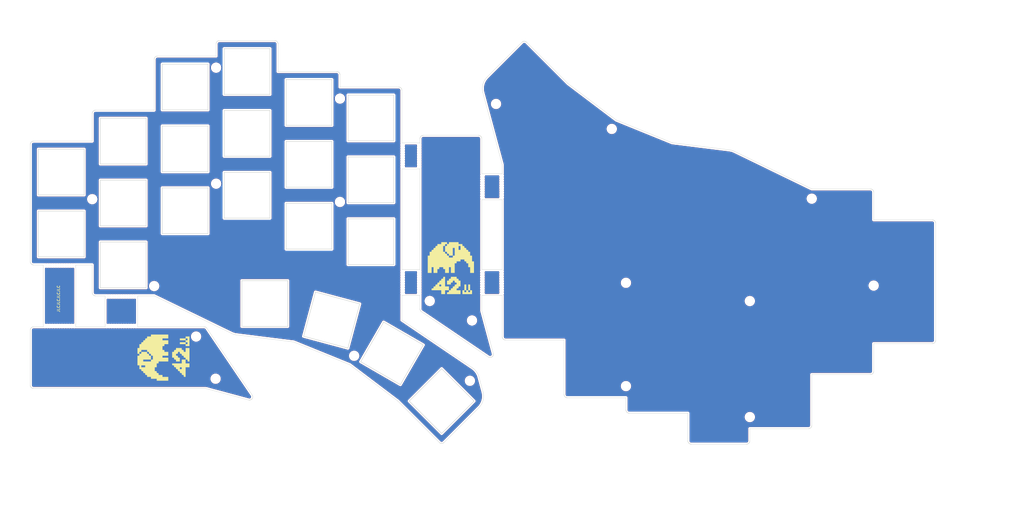
<source format=kicad_pcb>
(kicad_pcb (version 20211014) (generator pcbnew)
  (layers (0 "F.Cu" signal) (31 "B.Cu" signal) (34 "B.Paste" user) (35 "F.Paste" user) (36 "B.SilkS" user "B.Silkscreen") (37 "F.SilkS" user "F.Silkscreen") (38 "B.Mask" user) (39 "F.Mask" user) (44 "Edge.Cuts" user))
  (net 0 "")
  (footprint "kbd_Hole:m2_Screw_Hole_EdgeCuts" (layer "F.Cu") (at 112.054968 109.663386)
    (fp_text reference "Ref**" hide)
    (fp_text value "Val**" hide)
    (fp_circle (center 0 0) (end 1.1 0) (layer "Edge.Cuts") (width 0.01) (fill none))
  )
  (footprint "kbd_Hole:Mouse_Bite_Hole" (layer "F.Cu") (at 43.041374 91.398157)
    (fp_text reference "e")
    (fp_text value "Val**")
  )
  (footprint "kbd_Hole:Mouse_Bite_Hole" (layer "F.Cu") (at 157.406377 88.59 90)
    (fp_text reference "Ref**")
    (fp_text value "Val**")
  )
  (footprint "kbd_SW_Hole:SW_Hole_1u" (layer "F.Cu") (at 60.066374 64.997496)
    (fp_text reference "SW2" hide)
    (fp_text value "KEY_SWITCH" hide)
    (fp_line (start -7.05 -7.05) (end 7.05 -7.05) (layer "Edge.Cuts") (width 0.15))
    (fp_line (start -7.05 7.05) (end -7.05 -7.05) (layer "Edge.Cuts") (width 0.15))
    (fp_line (start 7.05 -7.05) (end 7.05 7.05) (layer "Edge.Cuts") (width 0.15))
    (fp_line (start 7.05 7.05) (end -7.05 7.05) (layer "Edge.Cuts") (width 0.15))
  )
  (footprint "kbd_SW_Hole:SW_Hole_1u" (layer "F.Cu") (at 105.141732 98.662174 -15)
    (fp_text reference "SW2" hide)
    (fp_text value "KEY_SWITCH" hide)
    (fp_line (start 7.05 7.05) (end -7.05 7.05) (layer "Edge.Cuts") (width 0.15))
    (fp_line (start 7.05 -7.05) (end 7.05 7.05) (layer "Edge.Cuts") (width 0.15))
    (fp_line (start -7.05 7.05) (end -7.05 -7.05) (layer "Edge.Cuts") (width 0.15))
    (fp_line (start -7.05 -7.05) (end 7.05 -7.05) (layer "Edge.Cuts") (width 0.15))
  )
  (footprint "kbd_SW_Hole:SW_Hole_1u" (layer "F.Cu") (at 41.016386 81.666247)
    (fp_text reference "SW2" hide)
    (fp_text value "KEY_SWITCH" hide)
    (fp_line (start -7.05 7.05) (end -7.05 -7.05) (layer "Edge.Cuts") (width 0.15))
    (fp_line (start 7.05 -7.05) (end 7.05 7.05) (layer "Edge.Cuts") (width 0.15))
    (fp_line (start 7.05 7.05) (end -7.05 7.05) (layer "Edge.Cuts") (width 0.15))
    (fp_line (start -7.05 -7.05) (end 7.05 -7.05) (layer "Edge.Cuts") (width 0.15))
  )
  (footprint "kbd_Hole:Mouse_Bite_Hole" (layer "F.Cu") (at 132.096377 88.62 90)
    (fp_text reference "Ref**")
    (fp_text value "Val**")
  )
  (footprint "kbd_Hole:Mouse_Bite_Hole" (layer "F.Cu") (at 132.096377 85.625 90)
    (fp_text reference "Refe")
    (fp_text value "Val**")
  )
  (footprint "kbd_SW_Hole:SW_Hole_1u" (layer "F.Cu") (at 60.066374 45.947497)
    (fp_text reference "SW2" hide)
    (fp_text value "KEY_SWITCH" hide)
    (fp_line (start 7.05 7.05) (end -7.05 7.05) (layer "Edge.Cuts") (width 0.15))
    (fp_line (start -7.05 -7.05) (end 7.05 -7.05) (layer "Edge.Cuts") (width 0.15))
    (fp_line (start 7.05 -7.05) (end 7.05 7.05) (layer "Edge.Cuts") (width 0.15))
    (fp_line (start -7.05 7.05) (end -7.05 -7.05) (layer "Edge.Cuts") (width 0.15))
  )
  (footprint "kbd_Hole:Mouse_Bite_Hole" (layer "F.Cu") (at 126.956377 85.63 90)
    (fp_text reference "Refe")
    (fp_text value "Val**")
  )
  (footprint "kbd_SW_Hole:SW_Hole_1u" (layer "F.Cu") (at 117.216352 55.472495)
    (fp_text reference "SW2" hide)
    (fp_text value "KEY_SWITCH" hide)
    (fp_line (start -7.05 -7.05) (end 7.05 -7.05) (layer "Edge.Cuts") (width 0.15))
    (fp_line (start 7.05 -7.05) (end 7.05 7.05) (layer "Edge.Cuts") (width 0.15))
    (fp_line (start 7.05 7.05) (end -7.05 7.05) (layer "Edge.Cuts") (width 0.15))
    (fp_line (start -7.05 7.05) (end -7.05 -7.05) (layer "Edge.Cuts") (width 0.15))
  )
  (footprint "elephant42-plate:icon_left" (layer "F.Cu") (at 141.804982 82.709998)
    (fp_text reference "G***" hide)
    (fp_text value "LOGO" hide)
  )
  (footprint "kbd_Hole:m2_Screw_Hole_EdgeCuts" (layer "F.Cu") (at 69.593153 56.663388)
    (fp_text reference "Ref**" hide)
    (fp_text value "Val**" hide)
    (fp_circle (center 0 0) (end 1.1 0) (layer "Edge.Cuts") (width 0.01) (fill none))
  )
  (footprint "kbd_Hole:Mouse_Bite_Hole" (layer "F.Cu") (at 24.041374 100.508157)
    (fp_text reference "e")
    (fp_text value "Val**")
  )
  (footprint "kbd_Hole:m2_Screw_Hole_EdgeCuts" (layer "F.Cu") (at 155.699248 32.11228)
    (fp_text reference "Ref**" hide)
    (fp_text value "Val**" hide)
    (fp_circle (center 0 0) (end 1.1 0) (layer "Edge.Cuts") (width 0.01) (fill none))
  )
  (footprint "kbd_Hole:Mouse_Bite_Hole" (layer "F.Cu") (at 132.096377 46.63 90)
    (fp_text reference "Refe")
    (fp_text value "Val**")
  )
  (footprint "kbd_Hole:m2_Screw_Hole_EdgeCuts" (layer "F.Cu") (at 147.658445 117.358332)
    (fp_text reference "e" hide)
    (fp_text value "Val**" hide)
    (fp_circle (center 0 0) (end 1.1 0) (layer "Edge.Cuts") (width 0.01) (fill none))
  )
  (footprint "kbd_SW_Hole:SW_Hole_1u" (layer "F.Cu") (at 79.116362 60.234995)
    (fp_text reference "SW2" hide)
    (fp_text value "KEY_SWITCH" hide)
    (fp_line (start 7.05 -7.05) (end 7.05 7.05) (layer "Edge.Cuts") (width 0.15))
    (fp_line (start -7.05 7.05) (end -7.05 -7.05) (layer "Edge.Cuts") (width 0.15))
    (fp_line (start -7.05 -7.05) (end 7.05 -7.05) (layer "Edge.Cuts") (width 0.15))
    (fp_line (start 7.05 7.05) (end -7.05 7.05) (layer "Edge.Cuts") (width 0.15))
  )
  (footprint "kbd_Hole:Mouse_Bite_Hole" (layer "F.Cu") (at 43.041374 100.508157)
    (fp_text reference "e")
    (fp_text value "Val**")
  )
  (footprint "kbd_SW_Hole:SW_Hole_1u" (layer "F.Cu") (at 79.116362 22.134996)
    (fp_text reference "SW2" hide)
    (fp_text value "KEY_SWITCH" hide)
    (fp_line (start -7.05 -7.05) (end 7.05 -7.05) (layer "Edge.Cuts") (width 0.15))
    (fp_line (start 7.05 7.05) (end -7.05 7.05) (layer "Edge.Cuts") (width 0.15))
    (fp_line (start 7.05 -7.05) (end 7.05 7.05) (layer "Edge.Cuts") (width 0.15))
    (fp_line (start -7.05 7.05) (end -7.05 -7.05) (layer "Edge.Cuts") (width 0.15))
  )
  (footprint "kbd_Hole:Mouse_Bite_Hole" (layer "F.Cu") (at 151.516377 88.62 90)
    (fp_text reference "Ref**")
    (fp_text value "Val**")
  )
  (footprint "kbd_Hole:m2_Screw_Hole_EdgeCuts" (layer "F.Cu") (at 69.591362 20.947465)
    (fp_text reference "Ref**" hide)
    (fp_text value "Val**" hide)
    (fp_circle (center 0 0) (end 1.1 0) (layer "Edge.Cuts") (width 0.01) (fill none))
  )
  (footprint "kbd_Hole:Mouse_Bite_Hole" (layer "F.Cu") (at 40.791374 91.398157)
    (fp_text reference "Refe")
    (fp_text value "Val**")
  )
  (footprint "kbd_Hole:m2_Screw_Hole_EdgeCuts" (layer "F.Cu") (at 191.30274 39.806185)
    (fp_text reference "Ref**" hide)
    (fp_text value "Val**" hide)
    (fp_circle (center 0 0) (end 1.1 0) (layer "Edge.Cuts") (width 0.01) (fill none))
  )
  (footprint "kbd_Hole:Mouse_Bite_Hole" (layer "F.Cu") (at 126.956377 46.635 90)
    (fp_text reference "Refe")
    (fp_text value "Val**")
  )
  (footprint "kbd_SW_Hole:SW_Hole_1u" (layer "F.Cu") (at 21.966368 72.141245)
    (fp_text reference "SW2" hide)
    (fp_text value "KEY_SWITCH" hide)
    (fp_line (start 7.05 7.05) (end -7.05 7.05) (layer "Edge.Cuts") (width 0.15))
    (fp_line (start 7.05 -7.05) (end 7.05 7.05) (layer "Edge.Cuts") (width 0.15))
    (fp_line (start -7.05 7.05) (end -7.05 -7.05) (layer "Edge.Cuts") (width 0.15))
    (fp_line (start -7.05 -7.05) (end 7.05 -7.05) (layer "Edge.Cuts") (width 0.15))
  )
  (footprint "kbd_Hole:m2_Screw_Hole_EdgeCuts" (layer "F.Cu") (at 107.691364 62.284991)
    (fp_text reference "Ref**" hide)
    (fp_text value "Val**" hide)
    (fp_circle (center 0 0) (end 1.1 0) (layer "Edge.Cuts") (width 0.01) (fill none))
  )
  (footprint "kbd_SW_Hole:SW_Hole_1u" (layer "F.Cu") (at 84.567305 93.572497)
    (fp_text reference "SW2" hide)
    (fp_text value "KEY_SWITCH" hide)
    (fp_line (start -7.05 7.05) (end -7.05 -7.05) (layer "Edge.Cuts") (width 0.15))
    (fp_line (start 7.05 -7.05) (end 7.05 7.05) (layer "Edge.Cuts") (width 0.15))
    (fp_line (start 7.05 7.05) (end -7.05 7.05) (layer "Edge.Cuts") (width 0.15))
    (fp_line (start -7.05 -7.05) (end 7.05 -7.05) (layer "Edge.Cuts") (width 0.15))
  )
  (footprint "kbd_Hole:Mouse_Bite_Hole" (layer "F.Cu") (at 157.416377 59.1 90)
    (fp_text reference "Ref**")
    (fp_text value "Val**")
  )
  (footprint "kbd_SW_Hole:SW_Hole_1u" (layer "F.Cu") (at 60.066374 26.897496)
    (fp_text reference "SW2" hide)
    (fp_text value "KEY_SWITCH" hide)
    (fp_line (start -7.05 7.05) (end -7.05 -7.05) (layer "Edge.Cuts") (width 0.15))
    (fp_line (start -7.05 -7.05) (end 7.05 -7.05) (layer "Edge.Cuts") (width 0.15))
    (fp_line (start 7.05 -7.05) (end 7.05 7.05) (layer "Edge.Cuts") (width 0.15))
    (fp_line (start 7.05 7.05) (end -7.05 7.05) (layer "Edge.Cuts") (width 0.15))
  )
  (footprint "kbd_SW_Hole:SW_Hole_1u" (layer "F.Cu") (at 138.970976 123.598493 -45)
    (fp_text reference "SW2" hide)
    (fp_text value "KEY_SWITCH" hide)
    (fp_line (start 7.05 7.05) (end -7.05 7.05) (layer "Edge.Cuts") (width 0.15))
    (fp_line (start -7.05 7.05) (end -7.05 -7.05) (layer "Edge.Cuts") (width 0.15))
    (fp_line (start 7.05 -7.05) (end 7.05 7.05) (layer "Edge.Cuts") (width 0.15))
    (fp_line (start -7.05 -7.05) (end 7.05 -7.05) (layer "Edge.Cuts") (width 0.15))
  )
  (footprint "kbd_Hole:Mouse_Bite_Hole" (layer "F.Cu") (at 21.791374 81.868157)
    (fp_text reference "Refe")
    (fp_text value "Val**")
  )
  (footprint "kbd_SW_Hole:SW_Hole_1u" (layer "F.Cu") (at 117.216352 36.422498)
    (fp_text reference "SW2" hide)
    (fp_text value "KEY_SWITCH" hide)
    (fp_line (start -7.05 -7.05) (end 7.05 -7.05) (layer "Edge.Cuts") (width 0.15))
    (fp_line (start -7.05 7.05) (end -7.05 -7.05) (layer "Edge.Cuts") (width 0.15))
    (fp_line (start 7.05 -7.05) (end 7.05 7.05) (layer "Edge.Cuts") (width 0.15))
    (fp_line (start 7.05 7.05) (end -7.05 7.05) (layer "Edge.Cuts") (width 0.15))
  )
  (footprint "kbd_Hole:m2_Screw_Hole_EdgeCuts" (layer "F.Cu") (at 148.304982 98.782559)
    (fp_text reference "Ref**" hide)
    (fp_text value "Val**" hide)
    (fp_circle (center 0 0) (end 1.1 0) (layer "Edge.Cuts") (width 0.01) (fill none))
  )
  (footprint "kbd_SW_Hole:SW_Hole_1u" (layer "F.Cu") (at 117.216352 74.522494)
    (fp_text reference "SW2" hide)
    (fp_text value "KEY_SWITCH" hide)
    (fp_line (start -7.05 7.05) (end -7.05 -7.05) (layer "Edge.Cuts") (width 0.15))
    (fp_line (start 7.05 -7.05) (end 7.05 7.05) (layer "Edge.Cuts") (width 0.15))
    (fp_line (start 7.05 7.05) (end -7.05 7.05) (layer "Edge.Cuts") (width 0.15))
    (fp_line (start -7.05 -7.05) (end 7.05 -7.05) (layer "Edge.Cuts") (width 0.15))
  )
  (footprint "kbd_Hole:m2_Screw_Hole_EdgeCuts" (layer "F.Cu") (at 271.866362 88.039813)
    (fp_text reference "Ref**" hide)
    (fp_text value "Val**" hide)
    (fp_circle (center 0 0) (end 1.1 0) (layer "Edge.Cuts") (width 0.01) (fill none))
  )
  (footprint "kbd_Hole:m2_Screw_Hole_EdgeCuts" (layer "F.Cu") (at 63.438329 103.726839 90)
    (fp_text reference "Ref**" hide)
    (fp_text value "Val**" hide)
    (fp_circle (center 0 0) (end 1.1 0) (layer "Edge.Cuts") (width 0.01) (fill none))
  )
  (footprint "kbd_SW_Hole:SW_Hole_1u" (layer "F.Cu") (at 41.016355 62.616246)
    (fp_text reference "SW2" hide)
    (fp_text value "KEY_SWITCH" hide)
    (fp_line (start -7.05 -7.05) (end 7.05 -7.05) (layer "Edge.Cuts") (width 0.15))
    (fp_line (start -7.05 7.05) (end -7.05 -7.05) (layer "Edge.Cuts") (width 0.15))
    (fp_line (start 7.05 -7.05) (end 7.05 7.05) (layer "Edge.Cuts") (width 0.15))
    (fp_line (start 7.05 7.05) (end -7.05 7.05) (layer "Edge.Cuts") (width 0.15))
  )
  (footprint "kbd_Hole:m2_Screw_Hole_EdgeCuts" (layer "F.Cu") (at 107.693417 30.469387)
    (fp_text reference "Ref**" hide)
    (fp_text value "Val**" hide)
    (fp_circle (center 0 0) (end 1.1 0) (layer "Edge.Cuts") (width 0.01) (fill none))
  )
  (footprint "kbd_Hole:m2_Screw_Hole_EdgeCuts" (layer "F.Cu") (at 233.764555 92.80532)
    (fp_text reference "Ref**" hide)
    (fp_text value "Val**" hide)
    (fp_circle (center 0 0) (end 1.1 0) (layer "Edge.Cuts") (width 0.01) (fill none))
  )
  (footprint "kbd_Hole:m2_Screw_Hole_EdgeCuts" (layer "F.Cu") (at 195.664297 118.996341)
    (fp_text reference "Ref**" hide)
    (fp_text value "Val**" hide)
    (fp_circle (center 0 0) (end 1.1 0) (layer "Edge.Cuts") (width 0.01) (fill none))
  )
  (footprint "kbd_SW_Hole:SW_Hole_1u" (layer "F.Cu") (at 123.69781 108.903482 -30)
    (fp_text reference "SW2" hide)
    (fp_text value "KEY_SWITCH" hide)
    (fp_line (start -7.05 -7.05) (end 7.05 -7.05) (layer "Edge.Cuts") (width 0.15))
    (fp_line (start -7.05 7.05) (end -7.05 -7.05) (layer "Edge.Cuts") (width 0.15))
    (fp_line (start 7.05 7.05) (end -7.05 7.05) (layer "Edge.Cuts") (width 0.15))
    (fp_line (start 7.05 -7.05) (end 7.05 7.05) (layer "Edge.Cuts") (width 0.15))
  )
  (footprint "kbd_Hole:Mouse_Bite_Hole" (layer "F.Cu") (at 18.791374 100.508157)
    (fp_text reference "Ref**")
    (fp_text value "Val**")
  )
  (footprint "kbd_Hole:m2_Screw_Hole_EdgeCuts" (layer "F.Cu") (at 135.304982 92.782575)
    (fp_text reference "Ref**" hide)
    (fp_text value "Val**" hide)
    (fp_circle (center 0 0) (end 1.1 0) (layer "Edge.Cuts") (width 0.01) (fill none))
  )
  (footprint "kbd_Hole:m2_Screw_Hole_EdgeCuts" (layer "F.Cu") (at 69.438329 116.726839 90)
    (fp_text reference "Ref**" hide)
    (fp_text value "Val**" hide)
    (fp_circle (center 0 0) (end 1.1 0) (layer "Edge.Cuts") (width 0.01) (fill none))
  )
  (footprint "kbd_Hole:Mouse_Bite_Hole" (layer "F.Cu") (at 151.516377 85.625 90)
    (fp_text reference "Refe")
    (fp_text value "Val**")
  )
  (footprint "elephant42-plate:icon_right" (layer "F.Cu") (at 53.441374 110.226839 90)
    (fp_text reference "G***" hide)
    (fp_text value "LOGO" hide)
  )
  (footprint "kbd_Hole:Mouse_Bite_Hole" (layer "F.Cu") (at 24.041374 81.868157)
    (fp_text reference "e")
    (fp_text value "Val**")
  )
  (footprint "kbd_Hole:m2_Screw_Hole_EdgeCuts" (layer "F.Cu") (at 195.66635 87.18896)
    (fp_text reference "Ref**" hide)
    (fp_text value "Val**" hide)
    (fp_circle (center 0 0) (end 1.1 0) (layer "Edge.Cuts") (width 0.01) (fill none))
  )
  (footprint "kbd_Hole:m2_Screw_Hole_EdgeCuts" (layer "F.Cu") (at 252.816359 61.277486)
    (fp_text reference "Ref**" hide)
    (fp_text value "Val**" hide)
    (fp_circle (center 0 0) (end 1.1 0) (layer "Edge.Cuts") (width 0.01) (fill none))
  )
  (footprint "kbd_Hole:m2_Screw_Hole_EdgeCuts" (layer "F.Cu") (at 50.541365 88.189046)
    (fp_text reference "Ref**" hide)
    (fp_text value "Val**" hide)
    (fp_circle (center 0 0) (end 1.1 0) (layer "Edge.Cuts") (width 0.01) (fill none))
  )
  (footprint "kbd_Hole:m2_Screw_Hole_EdgeCuts" (layer "F.Cu") (at 31.491331 61.431115)
    (fp_text reference "Ref**" hide)
    (fp_text value "Val**" hide)
    (fp_circle (center 0 0) (end 1.1 0) (layer "Edge.Cuts") (width 0.01) (fill none))
  )
  (footprint "kbd_SW_Hole:SW_Hole_1u" (layer "F.Cu") (at 98.166349 69.759995)
    (fp_text reference "SW2" hide)
    (fp_text value "KEY_SWITCH" hide)
    (fp_line (start 7.05 7.05) (end -7.05 7.05) (layer "Edge.Cuts") (width 0.15))
    (fp_line (start -7.05 -7.05) (end 7.05 -7.05) (layer "Edge.Cuts") (width 0.15))
    (fp_line (start -7.05 7.05) (end -7.05 -7.05) (layer "Edge.Cuts") (width 0.15))
    (fp_line (start 7.05 -7.05) (end 7.05 7.05) (layer "Edge.Cuts") (width 0.15))
  )
  (footprint "kbd_Hole:Mouse_Bite_Hole" (layer "F.Cu") (at 132.096377 49.625 90)
    (fp_text reference "Ref**")
    (fp_text value "Val**")
  )
  (footprint "kbd_Hole:Mouse_Bite_Hole" (layer "F.Cu") (at 37.791374 100.508157)
    (fp_text reference "Ref**")
    (fp_text value "Val**")
  )
  (footprint "kbd_SW_Hole:SW_Hole_1u" (layer "F.Cu") (at 21.966368 53.091246)
    (fp_text reference "SW2" hide)
    (fp_text value "KEY_SWITCH" hide)
    (fp_line (start -7.05 -7.05) (end 7.05 -7.05) (layer "Edge.Cuts") (width 0.15))
    (fp_line (start 7.05 -7.05) (end 7.05 7.05) (layer "Edge.Cuts") (width 0.15))
    (fp_line (start -7.05 7.05) (end -7.05 -7.05) (layer "Edge.Cuts") (width 0.15))
    (fp_line (start 7.05 7.05) (end -7.05 7.05) (layer "Edge.Cuts") (width 0.15))
  )
  (footprint "kbd_Hole:Mouse_Bite_Hole" (layer "F.Cu") (at 126.956377 49.63 90)
    (fp_text reference "Ref**")
    (fp_text value "Val**")
  )
  (footprint "kbd_Hole:Mouse_Bite_Hole" (layer "F.Cu") (at 18.791374 81.868157)
    (fp_text reference "Ref**")
    (fp_text value "Val**")
  )
  (footprint "kbd_Hole:Mouse_Bite_Hole" (layer "F.Cu") (at 157.396377 56.105 90)
    (fp_text reference "Refe")
    (fp_text value "Val**")
  )
  (footprint "kbd_Hole:Mouse_Bite_Hole" (layer "F.Cu") (at 151.526377 59.13 90)
    (fp_text reference "Ref**")
    (fp_text value "Val**")
  )
  (footprint "kbd_Hole:Mouse_Bite_Hole" (layer "F.Cu") (at 151.526377 56.135 90)
    (fp_text reference "Refe")
    (fp_text value "Val**")
  )
  (footprint "kbd_Hole:Mouse_Bite_Hole" (layer "F.Cu") (at 126.956377 88.625 90)
    (fp_text reference "Ref**")
    (fp_text value "Val**")
  )
  (footprint "kbd_Hole:Mouse_Bite_Hole" (layer "F.Cu") (at 37.791374 91.398157)
    (fp_text reference "Ref**")
    (fp_text value "Val**")
  )
  (footprint "kbd_Hole:m2_Screw_Hole_EdgeCuts" (layer "F.Cu") (at 233.766358 128.521274)
    (fp_text reference "Ref**" hide)
    (fp_text value "Val**" hide)
    (fp_circle (center 0 0) (end 1.1 0) (layer "Edge.Cuts") (width 0.01) (fill none))
  )
  (footprint "kbd_SW_Hole:SW_Hole_1u" (layer "F.Cu") (at 41.016386 43.566247)
    (fp_text reference "SW2" hide)
    (fp_text value "KEY_SWITCH" hide)
    (fp_line (start 7.05 7.05) (end -7.05 7.05) (layer "Edge.Cuts") (width 0.15))
    (fp_line (start -7.05 -7.05) (end 7.05 -7.05) (layer "Edge.Cuts") (width 0.15))
    (fp_line (start 7.05 -7.05) (end 7.05 7.05) (layer "Edge.Cuts") (width 0.15))
    (fp_line (start -7.05 7.05) (end -7.05 -7.05) (layer "Edge.Cuts") (width 0.15))
  )
  (footprint "kbd_SW_Hole:SW_Hole_1u" (layer "F.Cu") (at 98.166349 31.659997)
    (fp_text reference "SW2" hide)
    (fp_text value "KEY_SWITCH" hide)
    (fp_line (start -7.05 -7.05) (end 7.05 -7.05) (layer "Edge.Cuts") (width 0.15))
    (fp_line (start 7.05 -7.05) (end 7.05 7.05) (layer "Edge.Cuts") (width 0.15))
    (fp_line (start 7.05 7.05) (end -7.05 7.05) (layer "Edge.Cuts") (width 0.15))
    (fp_line (start -7.05 7.05) (end -7.05 -7.05) (layer "Edge.Cuts") (width 0.15))
  )
  (footprint "kbd_Hole:Mouse_Bite_Hole" (layer "F.Cu") (at 157.386377 85.595 90)
    (fp_text reference "Refe")
    (fp_text value "Val**")
  )
  (footprint "kbd_Hole:Mouse_Bite_Hole" (layer "F.Cu") (at 40.791374 100.508157)
    (fp_text reference "Refe")
    (fp_text value "Val**")
  )
  (footprint "kbd_SW_Hole:SW_Hole_1u" (layer "F.Cu") (at 79.116362 41.184996)
    (fp_text reference "SW2" hide)
    (fp_text value "KEY_SWITCH" hide)
    (fp_line (start 7.05 -7.05) (end 7.05 7.05) (layer "Edge.Cuts") (width 0.15))
    (fp_line (start -7.05 7.05) (end -7.05 -7.05) (layer "Edge.Cuts") (width 0.15))
    (fp_line (start -7.05 -7.05) (end 7.05 -7.05) (layer "Edge.Cuts") (width 0.15))
    (fp_line (start 7.05 7.05) (end -7.05 7.05) (layer "Edge.Cuts") (width 0.15))
  )
  (footprint "kbd_Hole:Mouse_Bite_Hole" (layer "F.Cu") (at 21.791374 100.508157)
    (fp_text reference "Refe")
    (fp_text value "Val**")
  )
  (footprint "kbd_SW_Hole:SW_Hole_1u" (layer "F.Cu") (at 98.166349 50.709998)
    (fp_text reference "SW2" hide)
    (fp_text value "KEY_SWITCH" hide)
    (fp_line (start -7.05 7.05) (end -7.05 -7.05) (layer "Edge.Cuts") (width 0.15))
    (fp_line (start 7.05 7.05) (end -7.05 7.05) (layer "Edge.Cuts") (width 0.15))
    (fp_line (start 7.05 -7.05) (end 7.05 7.05) (layer "Edge.Cuts") (width 0.15))
    (fp_line (start -7.05 -7.05) (end 7.05 -7.05) (layer "Edge.Cuts") (width 0.15))
  )
  (gr_line (start 151.85299 121.787188) (end 151.863143 122.114131) (layer "Edge.Cuts") (width 0.1))
  (gr_line (start 271.502419 58.508872) (end 271.538702 58.540302) (layer "Edge.Cuts") (width 0.1))
  (gr_line (start 51.064724 17.493193) (end 51.107842 17.47111) (layer "Edge.Cuts") (width 0.1))
  (gr_line (start 126.741377 98.66054) (end 148.431456 113.362826) (layer "Edge.Cuts") (width 0.1))
  (gr_line (start 151.078531 42.148816) (end 151.046298 42.1114) (layer "Edge.Cuts") (width 0.1))
  (gr_line (start 132.422799 42.311686) (end 132.400874 42.355294) (layer "Edge.Cuts") (width 0.1))
  (gr_line (start 228.873575 46.650211) (end 229.060148 46.736182) (layer "Edge.Cuts") (width 0.1))
  (gr_line (start 164.981692 13.01333) (end 165.020509 13.04357) (layer "Edge.Cuts") (width 0.1))
  (gr_line (start 107.035204 22.195678) (end 107.080615 22.213584) (layer "Edge.Cuts") (width 0.1))
  (gr_line (start 32.439902 34.04255) (end 32.491362 34.041249) (layer "Edge.Cuts") (width 0.1))
  (gr_line (start 13.058693 100.80297) (end 13.014093 100.822731) (layer "Edge.Cuts") (width 0.1))
  (gr_line (start 271.866331 59.280509) (end 271.866331 59.280509) (layer "Edge.Cuts") (width 0.1))
  (gr_line (start 290.837727 68.416264) (end 290.855633 68.461675) (layer "Edge.Cuts") (width 0.1))
  (gr_line (start 233.595547 136.420864) (end 233.567667 136.46007) (layer "Edge.Cuts") (width 0.1))
  (gr_line (start 290.915018 104.956968) (end 290.911156 105.007752) (layer "Edge.Cuts") (width 0.1))
  (gr_line (start 157.636694 104.012762) (end 157.6279 103.963517) (layer "Edge.Cuts") (width 0.1))
  (gr_line (start 164.386763 12.817107) (end 164.386763 12.817107) (layer "Edge.Cuts") (width 0.1))
  (gr_line (start 270.866316 115.430518) (end 270.866316 115.430518) (layer "Edge.Cuts") (width 0.1))
  (gr_line (start 126.642765 27.463957) (end 126.662791 27.508253) (layer "Edge.Cuts") (width 0.1))
  (gr_line (start 214.861124 136.380302) (end 214.837046 136.338425) (layer "Edge.Cuts") (width 0.1))
  (gr_line (start 13.293702 119.715894) (end 13.342535 119.72196) (layer "Edge.Cuts") (width 0.1))
  (gr_line (start 233.721376 136.159127) (end 233.705654 136.205591) (layer "Edge.Cuts") (width 0.1))
  (gr_line (start 290.795617 68.328851) (end 290.817701 68.371968) (layer "Edge.Cuts") (width 0.1))
  (gr_line (start 13.391786 119.725625) (end 13.441374 119.726854) (layer "Edge.Cuts") (width 0.1))
  (gr_line (start 290.65653 68.133136) (end 290.68796 68.16942) (layer "Edge.Cuts") (width 0.1))
  (gr_line (start 154.623961 109.85386) (end 154.648468 109.824878) (layer "Edge.Cuts") (width 0.1))
  (gr_line (start 271.745613 114.907171) (end 271.721534 114.949047) (layer "Edge.Cuts") (width 0.1))
  (gr_line (start 31.491362 43.566248) (end 31.491362 43.566248) (layer "Edge.Cuts") (width 0.1))
  (gr_line (start 80.155147 123.247664) (end 80.190588 123.235679) (layer "Edge.Cuts") (width 0.1))
  (gr_line (start 152.158679 24.87606) (end 152.330757 24.597879) (layer "Edge.Cuts") (width 0.1))
  (gr_line (start 69.667484 13.227312) (end 69.687245 13.182712) (layer "Edge.Cuts") (width 0.1))
  (gr_line (start 126.300483 27.068283) (end 126.339689 27.096164) (layer "Edge.Cuts") (width 0.1))
  (gr_line (start 79.82131 123.294089) (end 79.859261 123.294559) (layer "Edge.Cuts") (width 0.1))
  (gr_line (start 290.895998 68.603971) (end 290.904793 68.653215) (layer "Edge.Cuts") (width 0.1))
  (gr_line (start 12.441374 118.726839) (end 12.441374 101.726854) (layer "Edge.Cuts") (width 0.1))
  (gr_line (start 195.808228 126.850184) (end 195.784173 126.807649) (layer "Edge.Cuts") (width 0.1))
  (gr_line (start 132.559508 95.918881) (end 132.601456 95.963015) (layer "Edge.Cuts") (width 0.1))
  (gr_line (start 12.559179 101.255961) (end 12.537254 101.299569) (layer "Edge.Cuts") (width 0.1))
  (gr_line (start 31.932256 34.212033) (end 31.972829 34.186022) (layer "Edge.Cuts") (width 0.1))
  (gr_line (start 106.941287 22.166481) (end 106.98874 22.179957) (layer "Edge.Cuts") (width 0.1))
  (gr_line (start 31.612058 34.564588) (end 31.636137 34.522711) (layer "Edge.Cuts") (width 0.1))
  (gr_line (start 132.321976 95.435914) (end 132.334971 95.4954) (layer "Edge.Cuts") (width 0.1))
  (gr_line (start 138.823337 136.643721) (end 138.775006 136.635288) (layer "Edge.Cuts") (width 0.1))
  (gr_line (start 154.838429 108.934346) (end 151.304997 95.782575) (layer "Edge.Cuts") (width 0.1))
  (gr_line (start 51.022847 17.517272) (end 51.064724 17.493193) (layer "Edge.Cuts") (width 0.1))
  (gr_line (start 126.218033 27.018194) (end 126.25991 27.042273) (layer "Edge.Cuts") (width 0.1))
  (gr_line (start 214.794937 136.25101) (end 214.777032 136.205598) (layer "Edge.Cuts") (width 0.1))
  (gr_line (start 139.020593 136.653452) (end 138.971006 136.654681) (layer "Edge.Cuts") (width 0.1))
  (gr_line (start 51.339847 17.392815) (end 51.389092 17.384021) (layer "Edge.Cuts") (width 0.1))
  (gr_line (start 126.741377 98.66054) (end 126.741377 98.66054) (layer "Edge.Cuts") (width 0.1))
  (gr_line (start 126.25991 27.042273) (end 126.300483 27.068283) (layer "Edge.Cuts") (width 0.1))
  (gr_line (start 12.843061 43.764915) (end 12.882268 43.737035) (layer "Edge.Cuts") (width 0.1))
  (gr_line (start 50.712166 17.813388) (end 50.740047 17.774182) (layer "Edge.Cuts") (width 0.1))
  (gr_line (start 12.446537 44.464001) (end 12.452896 44.413956) (layer "Edge.Cuts") (width 0.1))
  (gr_line (start 106.843662 22.146521) (end 106.892906 22.155315) (layer "Edge.Cuts") (width 0.1))
  (gr_line (start 107.16803 22.255693) (end 107.209907 22.279772) (layer "Edge.Cuts") (width 0.1))
  (gr_line (start 196.666365 127.336768) (end 196.616778 127.335539) (layer "Edge.Cuts") (width 0.1))
  (gr_line (start 126.481592 27.225121) (end 126.513023 27.261406) (layer "Edge.Cuts") (width 0.1))
  (gr_line (start 13.097544 81.605567) (end 13.052132 81.587662) (layer "Edge.Cuts") (width 0.1))
  (gr_line (start 271.85479 114.582806) (end 271.845995 114.63205) (layer "Edge.Cuts") (width 0.1))
  (gr_line (start 80.74693 122.742025) (end 80.778462 122.672536) (layer "Edge.Cuts") (width 0.1))
  (gr_line (start 87.641371 12.61) (end 87.641371 12.61) (layer "Edge.Cuts") (width 0.1))
  (gr_line (start 157.617678 103.862685) (end 157.616377 103.811225) (layer "Edge.Cuts") (width 0.1))
  (gr_line (start 271.854805 59.128221) (end 271.861166 59.178266) (layer "Edge.Cuts") (width 0.1))
  (gr_line (start 126.736214 27.795254) (end 126.740076 27.846038) (layer "Edge.Cuts") (width 0.1))
  (gr_line (start 107.327463 22.36335) (end 107.363748 22.39478) (layer "Edge.Cuts") (width 0.1))
  (gr_line (start 195.709591 126.627589) (end 195.696525 126.580504) (layer "Edge.Cuts") (width 0.1))
  (gr_line (start 252.816328 131.099265) (end 252.816328 131.099265) (layer "Edge.Cuts") (width 0.1))
  (gr_line (start 290.588702 105.645718) (end 290.552418 105.677149) (layer "Edge.Cuts") (width 0.1))
  (gr_line (start 153.734889 110.18429) (end 153.809423 110.191808) (layer "Edge.Cuts") (width 0.1))
  (gr_line (start 32.193995 34.086207) (end 32.241449 34.072731) (layer "Edge.Cuts") (width 0.1))
  (gr_line (start 290.68796 68.16942) (end 290.717647 68.207196) (layer "Edge.Cuts") (width 0.1))
  (gr_line (start 13.197621 119.696694) (end 13.245371 119.707461) (layer "Edge.Cuts") (width 0.1))
  (gr_line (start 150.047643 115.167203) (end 150.146986 115.365934) (layer "Edge.Cuts") (width 0.1))
  (gr_line (start 252.737736 131.488505) (end 252.717709 131.5328) (layer "Edge.Cuts") (width 0.1))
  (gr_line (start 80.512659 123.045818) (end 80.540783 123.020136) (layer "Edge.Cuts") (width 0.1))
  (gr_line (start 154.250679 110.119663) (end 154.320168 110.088131) (layer "Edge.Cuts") (width 0.1))
  (gr_line (start 158.018065 104.612562) (end 157.980288 104.582876) (layer "Edge.Cuts") (width 0.1))
  (gr_line (start 271.384865 58.425295) (end 271.425437 58.451306) (layer "Edge.Cuts") (width 0.1))
  (gr_line (start 31.569948 34.652002) (end 31.589974 34.607706) (layer "Edge.Cuts") (width 0.1))
  (gr_line (start 154.855684 109.01023) (end 154.84781 108.972235) (layer "Edge.Cuts") (width 0.1))
  (gr_line (start 12.637596 101.131912) (end 12.609384 101.172051) (layer "Edge.Cuts") (width 0.1))
  (gr_line (start 16.441374 81.666247) (end 13.441374 81.666247) (layer "Edge.Cuts") (width 0.1))
  (gr_line (start 252.804802 131.251553) (end 252.796007 131.300797) (layer "Edge.Cuts") (width 0.1))
  (gr_line (start 195.959257 127.043876) (end 195.925064 127.007942) (layer "Edge.Cuts") (width 0.1))
  (gr_line (start 157.737073 104.287887) (end 157.714989 104.244769) (layer "Edge.Cuts") (width 0.1))
  (gr_line (start 233.567667 136.46007) (end 233.53798 136.497847) (layer "Edge.Cuts") (width 0.1))
  (gr_line (start 79.631034 123.269667) (end 79.669029 123.277541) (layer "Edge.Cuts") (width 0.1))
  (gr_line (start 87.842903 12.630317) (end 87.891284 12.641483) (layer "Edge.Cuts") (width 0.1))
  (gr_line (start 154.693897 109.764493) (end 154.714792 109.733167) (layer "Edge.Cuts") (width 0.1))
  (gr_line (start 157.616377 50.811225) (end 157.616377 50.811225) (layer "Edge.Cuts") (width 0.1))
  (gr_line (start 233.621558 136.380291) (end 233.595547 136.420864) (layer "Edge.Cuts") (width 0.1))
  (gr_line (start 107.592762 22.701456) (end 107.612788 22.745752) (layer "Edge.Cuts") (width 0.1))
  (gr_line (start 107.124912 22.233609) (end 107.16803 22.255693) (layer "Edge.Cuts") (width 0.1))
  (gr_line (start 177.189078 122.478385) (end 177.14547 122.456459) (layer "Edge.Cuts") (width 0.1))
  (gr_line (start 271.767713 58.846974) (end 271.787739 58.89127) (layer "Edge.Cuts") (width 0.1))
  (gr_line (start 153.445956 110.098238) (end 153.516152 110.128155) (layer "Edge.Cuts") (width 0.1))
  (gr_line (start 12.61216 81.225356) (end 12.586149 81.184783) (layer "Edge.Cuts") (width 0.1))
  (gr_line (start 31.818987 34.30103) (end 31.855272 34.2696) (layer "Edge.Cuts") (width 0.1))
  (gr_line (start 176.616347 104.811225) (end 176.616347 104.811225) (layer "Edge.Cuts") (width 0.1))
  (gr_line (start 12.452332 118.874508) (end 12.460766 118.92284) (layer "Edge.Cuts") (width 0.1))
  (gr_line (start 12.471532 101.483104) (end 12.460766 101.530853) (layer "Edge.Cuts") (width 0.1))
  (gr_line (start 154.87031 109.124473) (end 154.86692 109.086388) (layer "Edge.Cuts") (width 0.1))
  (gr_line (start 126.174915 26.99611) (end 126.218033 27.018194) (layer "Edge.Cuts") (width 0.1))
  (gr_line (start 271.72155 58.76198) (end 271.745629 58.803857) (layer "Edge.Cuts") (width 0.1))
  (gr_line (start 154.752875 109.668444) (end 154.770035 109.635124) (layer "Edge.Cuts") (width 0.1))
  (gr_line (start 125.500624 123.598521) (end 110.68646 112.389903) (layer "Edge.Cuts") (width 0.1))
  (gr_line (start 12.461691 44.364711) (end 12.472857 44.316331) (layer "Edge.Cuts") (width 0.1))
  (gr_line (start 132.312596 95.375473) (end 132.321976 95.435914) (layer "Edge.Cuts") (width 0.1))
  (gr_line (start 69.687245 13.182712) (end 69.70917 13.139104) (layer "Edge.Cuts") (width 0.1))
  (gr_line (start 79.783272 123.292167) (end 79.82131 123.294089) (layer "Edge.Cuts") (width 0.1))
  (gr_line (start 151.665968 28.663306) (end 151.665968 28.663306) (layer "Edge.Cuts") (width 0.1))
  (gr_line (start 80.852536 122.306077) (end 80.850607 122.23128) (layer "Edge.Cuts") (width 0.1))
  (gr_line (start 13.058689 119.650732) (end 13.104199 119.668295) (layer "Edge.Cuts") (width 0.1))
  (gr_line (start 12.51996 44.177003) (end 12.539986 44.132707) (layer "Edge.Cuts") (width 0.1))
  (gr_line (start 163.915869 12.934912) (end 163.959477 12.912988) (layer "Edge.Cuts") (width 0.1))
  (gr_line (start 31.784258 90.898355) (end 31.751146 90.863626) (layer "Edge.Cuts") (width 0.1))
  (gr_line (start 12.484598 119.017675) (end 12.49993 119.064014) (layer "Edge.Cuts") (width 0.1))
  (gr_line (start 80.667181 122.874574) (end 80.667181 122.874574) (layer "Edge.Cuts") (width 0.1))
  (gr_line (start 164.582768 12.836499) (end 164.630516 12.847266) (layer "Edge.Cuts") (width 0.1))
  (gr_line (start 163.752996 13.04357) (end 163.791817 13.01333) (layer "Edge.Cuts") (width 0.1))
  (gr_line (start 132.967823 41.841131) (end 132.922312 41.858694) (layer "Edge.Cuts") (width 0.1))
  (gr_line (start 290.656541 105.577878) (end 290.62343 105.612607) (layer "Edge.Cuts") (width 0.1))
  (gr_line (start 31.893049 34.239913) (end 31.932256 34.212033) (layer "Edge.Cuts") (width 0.1))
  (gr_line (start 13.289086 81.654725) (end 13.239841 81.64593) (layer "Edge.Cuts") (width 0.1))
  (gr_line (start 165.020509 13.04357) (end 165.057924 13.075805) (layer "Edge.Cuts") (width 0.1))
  (gr_line (start 164.386763 12.817107) (end 164.436352 12.818336) (layer "Edge.Cuts") (width 0.1))
  (gr_line (start 133.25541 41.783804) (end 133.20616 41.787468) (layer "Edge.Cuts") (width 0.1))
  (gr_line (start 154.836464 109.460474) (end 154.845778 109.424205) (layer "Edge.Cuts") (width 0.1))
  (gr_line (start 157.787164 104.370338) (end 157.761152 104.329764) (layer "Edge.Cuts") (width 0.1))
  (gr_line (start 31.855272 34.2696) (end 31.893049 34.239913) (layer "Edge.Cuts") (width 0.1))
  (gr_line (start 151.274837 42.538822) (end 151.26177 42.491738) (layer "Edge.Cuts") (width 0.1))
  (gr_line (start 32.057824 34.139859) (end 32.10212 34.119834) (layer "Edge.Cuts") (width 0.1))
  (gr_line (start 158.319011 104.766268) (end 158.272547 104.750546) (layer "Edge.Cuts") (width 0.1))
  (gr_line (start 126.741377 91.11) (end 132.304997 91.11) (layer "Edge.Cuts") (width 0.1))
  (gr_line (start 31.719716 34.405155) (end 31.751146 34.368871) (layer "Edge.Cuts") (width 0.1))
  (gr_line (start 107.630693 22.791164) (end 107.646415 22.837628) (layer "Edge.Cuts") (width 0.1))
  (gr_line (start 106.793617 22.140162) (end 106.843662 22.146521) (layer "Edge.Cuts") (width 0.1))
  (gr_line (start 151.758483 25.763471) (end 151.87227 25.459874) (layer "Edge.Cuts") (width 0.1))
  (gr_line (start 215.118034 136.6631) (end 215.080257 136.633413) (layer "Edge.Cuts") (width 0.1))
  (gr_line (start 13.191461 81.634764) (end 13.144007 81.621289) (layer "Edge.Cuts") (width 0.1))
  (gr_line (start 271.695523 114.98962) (end 271.667643 115.028826) (layer "Edge.Cuts") (width 0.1))
  (gr_line (start 70.347632 12.640156) (end 70.395382 12.62939) (layer "Edge.Cuts") (width 0.1))
  (gr_line (start 154.179485 110.145627) (end 154.250679 110.119663) (layer "Edge.Cuts") (width 0.1))
  (gr_line (start 12.970482 119.609045) (end 13.014089 119.63097) (layer "Edge.Cuts") (width 0.1))
  (gr_line (start 13.441381 100.726854) (end 13.391793 100.728083) (layer "Edge.Cuts") (width 0.1))
  (gr_line (start 12.886574 100.894861) (end 12.846435 100.923074) (layer "Edge.Cuts") (width 0.1))
  (gr_line (start 290.916319 68.805503) (end 290.916319 104.905509) (layer "Edge.Cuts") (width 0.1))
  (gr_line (start 154.571435 109.909212) (end 154.598279 109.881984) (layer "Edge.Cuts") (width 0.1))
  (gr_line (start 70.300547 12.653222) (end 70.347632 12.640156) (layer "Edge.Cuts") (width 0.1))
  (gr_line (start 150.859791 41.950585) (end 150.818413 41.924434) (layer "Edge.Cuts") (width 0.1))
  (gr_line (start 165.093855 13.11) (end 165.093855 13.11) (layer "Edge.Cuts") (width 0.1))
  (gr_line (start 79.707093 123.283906) (end 79.745187 123.288777) (layer "Edge.Cuts") (width 0.1))
  (gr_line (start 270.968559 115.425353) (end 270.917775 115.429216) (layer "Edge.Cuts") (width 0.1))
  (gr_line (start 148.790916 113.630753) (end 148.960481 113.775819) (layer "Edge.Cuts") (width 0.1))
  (gr_line (start 195.724923 126.673928) (end 195.709591 126.627589) (layer "Edge.Cuts") (width 0.1))
  (gr_line (start 31.496525 90.293493) (end 31.492663 90.242708) (layer "Edge.Cuts") (width 0.1))
  (gr_line (start 271.116228 115.39903) (end 271.067848 115.410197) (layer "Edge.Cuts") (width 0.1))
  (gr_line (start 132.400874 42.355294) (end 132.381113 42.399894) (layer "Edge.Cuts") (width 0.1))
  (gr_line (start 271.464642 58.479186) (end 271.502419 58.508872) (layer "Edge.Cuts") (width 0.1))
  (gr_line (start 177.32553 122.531044) (end 177.27919 122.515711) (layer "Edge.Cuts") (width 0.1))
  (gr_line (start 139.398291 136.558797) (end 139.353691 136.578559) (layer "Edge.Cuts") (width 0.1))
  (gr_line (start 290.896003 105.107041) (end 290.884837 105.155421) (layer "Edge.Cuts") (width 0.1))
  (gr_line (start 148.960481 113.775819) (end 149.123012 113.927929) (layer "Edge.Cuts") (width 0.1))
  (gr_line (start 151.163134 42.26915) (end 151.136983 42.227774) (layer "Edge.Cuts") (width 0.1))
  (gr_line (start 31.855272 90.962897) (end 31.818987 90.931466) (layer "Edge.Cuts") (width 0.1))
  (gr_line (start 151.665968 28.663306) (end 151.590173 28.338431) (layer "Edge.Cuts") (width 0.1))
  (gr_line (start 177.517535 122.569378) (end 177.468701 122.563312) (layer "Edge.Cuts") (width 0.1))
  (gr_line (start 252.811163 131.201508) (end 252.804802 131.251553) (layer "Edge.Cuts") (width 0.1))
  (gr_line (start 126.130619 26.976084) (end 126.174915 26.99611) (layer "Edge.Cuts") (width 0.1))
  (gr_line (start 138.263899 136.361788) (end 138.263899 136.361788) (layer "Edge.Cuts") (width 0.1))
  (gr_line (start 177.566788 122.573042) (end 177.517535 122.569378) (layer "Edge.Cuts") (width 0.1))
  (gr_line (start 80.839638 122.455151) (end 80.848878 122.380811) (layer "Edge.Cuts") (width 0.1))
  (gr_line (start 271.821352 114.727883) (end 271.805629 114.774347) (layer "Edge.Cuts") (width 0.1))
  (gr_line (start 233.667722 136.295297) (end 233.645637 136.338415) (layer "Edge.Cuts") (width 0.1))
  (gr_line (start 31.932256 91.020464) (end 31.893049 90.992584) (layer "Edge.Cuts") (width 0.1))
  (gr_line (start 80.709835 122.80948) (end 80.74693 122.742025) (layer "Edge.Cuts") (width 0.1))
  (gr_line (start 66.034272 100.734453) (end 65.973025 100.728767) (layer "Edge.Cuts") (width 0.1))
  (gr_line (start 31.491362 43.566248) (end 31.491362 35.041247) (layer "Edge.Cuts") (width 0.1))
  (gr_line (start 106.691374 22.134999) (end 106.742833 22.1363) (layer "Edge.Cuts") (width 0.1))
  (gr_line (start 154.86553 109.313416) (end 154.869337 109.275954) (layer "Edge.Cuts") (width 0.1))
  (gr_line (start 126.72106 27.695963) (end 126.729854 27.745208) (layer "Edge.Cuts") (width 0.1))
  (gr_line (start 271.821367 58.983144) (end 271.834843 59.030597) (layer "Edge.Cuts") (width 0.1))
  (gr_line (start 153.311604 110.021573) (end 153.377663 110.062712) (layer "Edge.Cuts") (width 0.1))
  (gr_line (start 80.804426 122.601342) (end 80.82482 122.528771) (layer "Edge.Cuts") (width 0.1))
  (gr_line (start 126.729854 27.745208) (end 126.736214 27.795254) (layer "Edge.Cuts") (width 0.1))
  (gr_line (start 12.669728 81.30234) (end 12.640041 81.264563) (layer "Edge.Cuts") (width 0.1))
  (gr_line (start 50.586339 18.075128) (end 50.602061 18.028664) (layer "Edge.Cuts") (width 0.1))
  (gr_line (start 290.916319 104.905509) (end 290.916319 104.905509) (layer "Edge.Cuts") (width 0.1))
  (gr_line (start 150.899932 41.978797) (end 150.859791 41.950585) (layer "Edge.Cuts") (width 0.1))
  (gr_line (start 106.691374 22.134999) (end 106.691374 22.134999) (layer "Edge.Cuts") (width 0.1))
  (gr_line (start 50.542681 18.321037) (end 50.546543 18.270253) (layer "Edge.Cuts") (width 0.1))
  (gr_line (start 50.943067 17.571163) (end 50.982274 17.543283) (layer "Edge.Cuts") (width 0.1))
  (gr_line (start 31.502884 90.343538) (end 31.496525 90.293493) (layer "Edge.Cuts") (width 0.1))
  (gr_line (start 164.337174 12.818336) (end 164.386763 12.817107) (layer "Edge.Cuts") (width 0.1))
  (gr_line (start 13.239841 81.64593) (end 13.191461 81.634764) (layer "Edge.Cuts") (width 0.1))
  (gr_line (start 164.239089 12.828066) (end 164.287922 12.822) (layer "Edge.Cuts") (width 0.1))
  (gr_line (start 157.661336 104.108597) (end 157.64786 104.061143) (layer "Edge.Cuts") (width 0.1))
  (gr_line (start 138.543722 136.558797) (end 138.500114 136.536872) (layer "Edge.Cuts") (width 0.1))
  (gr_line (start 270.917804 58.281825) (end 270.968587 58.285687) (layer "Edge.Cuts") (width 0.1))
  (gr_line (start 69.591368 17.372499) (end 69.591368 13.609998) (layer "Edge.Cuts") (width 0.1))
  (gr_line (start 132.743916 96.080075) (end 153.311604 110.021565) (layer "Edge.Cuts") (width 0.1))
  (gr_line (start 157.616377 103.811225) (end 157.616377 91.11) (layer "Edge.Cuts") (width 0.1))
  (gr_line (start 31.491362 81.666247) (end 31.491362 81.666247) (layer "Edge.Cuts") (width 0.1))
  (gr_line (start 66.663493 101.068081) (end 66.621814 101.023313) (layer "Edge.Cuts") (width 0.1))
  (gr_line (start 12.669728 43.930157) (end 12.701159 43.893872) (layer "Edge.Cuts") (width 0.1))
  (gr_line (start 51.54138 17.372499) (end 69.591368 17.372499) (layer "Edge.Cuts") (width 0.1))
  (gr_line (start 50.546543 18.270253) (end 50.552902 18.220207) (layer "Edge.Cuts") (width 0.1))
  (gr_line (start 80.359937 123.156313) (end 80.391966 123.136649) (layer "Edge.Cuts") (width 0.1))
  (gr_line (start 31.818987 90.931466) (end 31.784258 90.898355) (layer "Edge.Cuts") (width 0.1))
  (gr_line (start 107.691374 23.134997) (end 107.691374 26.8975) (layer "Edge.Cuts") (width 0.1))
  (gr_line (start 151.304997 83.11) (end 157.616377 83.11) (layer "Edge.Cuts") (width 0.1))
  (gr_line (start 12.805284 43.794602) (end 12.843061 43.764915) (layer "Edge.Cuts") (width 0.1))
  (gr_line (start 233.705654 136.205591) (end 233.687748 136.251002) (layer "Edge.Cuts") (width 0.1))
  (gr_line (start 12.807615 119.500388) (end 12.846434 119.530628) (layer "Edge.Cuts") (width 0.1))
  (gr_line (start 290.552418 105.677149) (end 290.514641 105.706835) (layer "Edge.Cuts") (width 0.1))
  (gr_line (start 69.787588 13.015055) (end 69.817829 12.976236) (layer "Edge.Cuts") (width 0.1))
  (gr_line (start 154.598279 109.881984) (end 154.623961 109.85386) (layer "Edge.Cuts") (width 0.1))
  (gr_line (start 227.493788 46.271766) (end 227.493788 46.271766) (layer "Edge.Cuts") (width 0.1))
  (gr_line (start 126.696418 27.600129) (end 126.709894 27.647582) (layer "Edge.Cuts") (width 0.1))
  (gr_line (start 69.592597 13.560411) (end 69.596261 13.51116) (layer "Edge.Cuts") (width 0.1))
  (gr_line (start 80.643927 122.905927) (end 80.667181 122.874574) (layer "Edge.Cuts") (width 0.1))
  (gr_line (start 290.717647 68.207196) (end 290.745527 68.246402) (layer "Edge.Cuts") (width 0.1))
  (gr_line (start 289.916334 105.905509) (end 289.916334 105.905509) (layer "Edge.Cuts") (width 0.1))
  (gr_line (start 79.745187 123.288777) (end 79.783272 123.292167) (layer "Edge.Cuts") (width 0.1))
  (gr_line (start 163.873336 12.958967) (end 163.915869 12.934912) (layer "Edge.Cuts") (width 0.1))
  (gr_line (start 151.504772 27.684577) (end 151.494622 27.357634) (layer "Edge.Cuts") (width 0.1))
  (gr_line (start 31.491362 81.666247) (end 26.441374 81.666247) (layer "Edge.Cuts") (width 0.1))
  (gr_line (start 31.784258 34.334141) (end 31.818987 34.30103) (layer "Edge.Cuts") (width 0.1))
  (gr_line (start 31.522845 90.441164) (end 31.511678 90.392783) (layer "Edge.Cuts") (width 0.1))
  (gr_line (start 290.817701 68.371968) (end 290.837727 68.416264) (layer "Edge.Cuts") (width 0.1))
  (gr_line (start 138.263899 136.361788) (end 125.500624 123.598521) (layer "Edge.Cuts") (width 0.1))
  (gr_line (start 271.866331 67.805518) (end 271.866331 67.805518) (layer "Edge.Cuts") (width 0.1))
  (gr_line (start 31.589974 34.607706) (end 31.612058 34.564588) (layer "Edge.Cuts") (width 0.1))
  (gr_line (start 12.51996 81.055492) (end 12.502054 81.01008) (layer "Edge.Cuts") (width 0.1))
  (gr_line (start 126.339689 27.096164) (end 126.377466 27.12585) (layer "Edge.Cuts") (width 0.1))
  (gr_line (start 125.99129 26.928982) (end 126.038743 26.942458) (layer "Edge.Cuts") (width 0.1))
  (gr_line (start 70.591383 12.61) (end 87.641371 12.61) (layer "Edge.Cuts") (width 0.1))
  (gr_line (start 290.884831 68.555591) (end 290.895998 68.603971) (layer "Edge.Cuts") (width 0.1))
  (gr_line (start 139.604766 136.428215) (end 139.565948 136.458455) (layer "Edge.Cuts") (width 0.1))
  (gr_line (start 32.147531 91.130569) (end 32.10212 91.112663) (layer "Edge.Cuts") (width 0.1))
  (gr_line (start 151.536531 28.011849) (end 151.504772 27.684577) (layer "Edge.Cuts") (width 0.1))
  (gr_line (start 158.616377 104.811225) (end 158.616377 104.811225) (layer "Edge.Cuts") (width 0.1))
  (gr_line (start 271.018604 115.418992) (end 270.968559 115.425353) (layer "Edge.Cuts") (width 0.1))
  (gr_line (start 126.741377 91.11) (end 126.741377 98.66054) (layer "Edge.Cuts") (width 0.1))
  (gr_line (start 87.641371 12.61) (end 87.69283 12.611301) (layer "Edge.Cuts") (width 0.1))
  (gr_line (start 31.972829 91.046475) (end 31.932256 91.020464) (layer "Edge.Cuts") (width 0.1))
  (gr_line (start 88.596412 13.312629) (end 88.609888 13.360083) (layer "Edge.Cuts") (width 0.1))
  (gr_line (start 80.293923 123.191892) (end 80.327243 123.174732) (layer "Edge.Cuts") (width 0.1))
  (gr_line (start 80.568011 122.993292) (end 80.594303 122.9653) (layer "Edge.Cuts") (width 0.1))
  (gr_line (start 157.694963 104.200473) (end 157.677058 104.155061) (layer "Edge.Cuts") (width 0.1))
  (gr_line (start 13.245371 119.707461) (end 13.293702 119.715894) (layer "Edge.Cuts") (width 0.1))
  (gr_line (start 158.514134 104.806062) (end 158.464089 104.799703) (layer "Edge.Cuts") (width 0.1))
  (gr_line (start 271.667659 58.682202) (end 271.695539 58.721408) (layer "Edge.Cuts") (width 0.1))
  (gr_line (start 31.502884 34.888957) (end 31.511678 34.839712) (layer "Edge.Cuts") (width 0.1))
  (gr_line (start 126.740076 27.846038) (end 126.741377 27.897498) (layer "Edge.Cuts") (width 0.1))
  (gr_line (start 290.795626 105.382162) (end 290.771548 105.424038) (layer "Edge.Cuts") (width 0.1))
  (gr_line (start 150.626502 125.397715) (end 150.398588 125.641322) (layer "Edge.Cuts") (width 0.1))
  (gr_line (start 80.483677 123.070325) (end 80.512659 123.045818) (layer "Edge.Cuts") (width 0.1))
  (gr_line (start 132.601456 95.963015) (end 132.646224 96.004694) (layer "Edge.Cuts") (width 0.1))
  (gr_line (start 176.734175 122.045141) (end 176.712252 122.001533) (layer "Edge.Cuts") (width 0.1))
  (gr_line (start 165.093855 13.11) (end 177.857161 25.873275) (layer "Edge.Cuts") (width 0.1))
  (gr_line (start 12.609384 119.281648) (end 12.637596 119.321789) (layer "Edge.Cuts") (width 0.1))
  (gr_line (start 12.56207 44.089589) (end 12.586149 44.047712) (layer "Edge.Cuts") (width 0.1))
  (gr_line (start 290.349869 105.80689) (end 290.305574 105.826916) (layer "Edge.Cuts") (width 0.1))
  (gr_line (start 152.330757 24.597879) (end 152.52172 24.330205) (layer "Edge.Cuts") (width 0.1))
  (gr_line (start 126.741377 27.897498) (end 126.741377 44.11) (layer "Edge.Cuts") (width 0.1))
  (gr_line (start 126.741377 44.11) (end 132.305304 44.11) (layer "Edge.Cuts") (width 0.1))
  (gr_line (start 154.84781 108.972235) (end 154.838414 108.934346) (layer "Edge.Cuts") (width 0.1))
  (gr_line (start 50.619966 17.983253) (end 50.639992 17.938956) (layer "Edge.Cuts") (width 0.1))
  (gr_line (start 177.02142 122.378037) (end 176.982602 122.347796) (layer "Edge.Cuts") (width 0.1))
  (gr_line (start 69.88426 12.902887) (end 69.88426 12.902887) (layer "Edge.Cuts") (width 0.1))
  (gr_line (start 80.848878 122.380811) (end 80.852536 122.306077) (layer "Edge.Cuts") (width 0.1))
  (gr_line (start 214.915015 136.460081) (end 214.887135 136.420875) (layer "Edge.Cuts") (width 0.1))
  (gr_line (start 12.927951 100.86871) (end 12.886574 100.894861) (layer "Edge.Cuts") (width 0.1))
  (gr_line (start 12.442603 118.776425) (end 12.446267 118.825676) (layer "Edge.Cuts") (width 0.1))
  (gr_line (start 151.664671 26.073504) (end 151.758483 25.763471) (layer "Edge.Cuts") (width 0.1))
  (gr_line (start 151.012104 42.075467) (end 150.97617 42.041272) (layer "Edge.Cuts") (width 0.1))
  (gr_line (start 32.389119 34.046412) (end 32.439902 34.04255) (layer "Edge.Cuts") (width 0.1))
  (gr_line (start 229.060148 46.736182) (end 229.060148 46.736182) (layer "Edge.Cuts") (width 0.1))
  (gr_line (start 164.90018 12.958967) (end 164.941555 12.985118) (layer "Edge.Cuts") (width 0.1))
  (gr_line (start 12.769 81.406465) (end 12.73427 81.373354) (layer "Edge.Cuts") (width 0.1))
  (gr_line (start 16.441374 100.726854) (end 13.441374 100.726854) (layer "Edge.Cuts") (width 0.1))
  (gr_line (start 138.971006 136.654681) (end 138.971006 136.654681) (layer "Edge.Cuts") (width 0.1))
  (gr_line (start 12.49993 101.38968) (end 12.484598 101.436018) (layer "Edge.Cuts") (width 0.1))
  (gr_line (start 214.727875 136.014054) (end 214.721516 135.964007) (layer "Edge.Cuts") (width 0.1))
  (gr_line (start 150.398588 125.641322) (end 139.678114 136.361788) (layer "Edge.Cuts") (width 0.1))
  (gr_line (start 70.395382 12.62939) (end 70.443714 12.620957) (layer "Edge.Cuts") (width 0.1))
  (gr_line (start 31.636137 34.522711) (end 31.662148 34.482138) (layer "Edge.Cuts") (width 0.1))
  (gr_line (start 106.742833 22.1363) (end 106.793617 22.140162) (layer "Edge.Cuts") (width 0.1))
  (gr_line (start 165.057924 13.075805) (end 165.093855 13.11) (layer "Edge.Cuts") (width 0.1))
  (gr_line (start 107.46302 22.498905) (end 107.492707 22.536682) (layer "Edge.Cuts") (width 0.1))
  (gr_line (start 157.616377 103.811225) (end 157.616377 103.811225) (layer "Edge.Cuts") (width 0.1))
  (gr_line (start 32.491362 91.191248) (end 32.439902 91.189947) (layer "Edge.Cuts") (width 0.1))
  (gr_line (start 88.27746 12.838351) (end 88.313745 12.869781) (layer "Edge.Cuts") (width 0.1))
  (gr_line (start 13.191461 43.597735) (end 13.239841 43.586569) (layer "Edge.Cuts") (width 0.1))
  (gr_line (start 154.800523 109.566757) (end 154.813822 109.531789) (layer "Edge.Cuts") (width 0.1))
  (gr_line (start 154.869337 109.275954) (end 154.871732 109.23829) (layer "Edge.Cuts") (width 0.1))
  (gr_line (start 271.866316 105.905509) (end 271.866316 114.430518) (layer "Edge.Cuts") (width 0.1))
  (gr_line (start 126.596602 27.378962) (end 126.620681 27.420839) (layer "Edge.Cuts") (width 0.1))
  (gr_line (start 12.807616 100.953315) (end 12.770199 100.98555) (layer "Edge.Cuts") (width 0.1))
  (gr_line (start 32.241449 34.072731) (end 32.289829 34.061565) (layer "Edge.Cuts") (width 0.1))
  (gr_line (start 195.89283 126.970523) (end 195.862591 126.931703) (layer "Edge.Cuts") (width 0.1))
  (gr_line (start 151.187188 42.311683) (end 151.163134 42.26915) (layer "Edge.Cuts") (width 0.1))
  (gr_line (start 31.612058 90.667908) (end 31.589974 90.62479) (layer "Edge.Cuts") (width 0.1))
  (gr_line (start 215.716353 136.861762) (end 215.664892 136.860461) (layer "Edge.Cuts") (width 0.1))
  (gr_line (start 157.616377 83.11) (end 157.616377 61.61) (layer "Edge.Cuts") (width 0.1))
  (gr_line (start 74.673846 102.899708) (end 74.484144 102.821565) (layer "Edge.Cuts") (width 0.1))
  (gr_line (start 151.209113 42.35529) (end 151.187188 42.311683) (layer "Edge.Cuts") (width 0.1))
  (gr_line (start 290.911156 105.007752) (end 290.904797 105.057797) (layer "Edge.Cuts") (width 0.1))
  (gr_line (start 32.057824 91.092638) (end 32.014706 91.070554) (layer "Edge.Cuts") (width 0.1))
  (gr_line (start 70.254207 12.668553) (end 70.300547 12.653222) (layer "Edge.Cuts") (width 0.1))
  (gr_line (start 12.734266 119.433961) (end 12.770199 119.468155) (layer "Edge.Cuts") (width 0.1))
  (gr_line (start 107.289686 22.333663) (end 107.327463 22.36335) (layer "Edge.Cuts") (width 0.1))
  (gr_line (start 271.866316 105.905509) (end 271.866316 105.905509) (layer "Edge.Cuts") (width 0.1))
  (gr_line (start 271.721534 114.949047) (end 271.695523 114.98962) (layer "Edge.Cuts") (width 0.1))
  (gr_line (start 177.616377 122.574271) (end 177.616377 122.574271) (layer "Edge.Cuts") (width 0.1))
  (gr_line (start 13.014093 100.822731) (end 12.970485 100.844656) (layer "Edge.Cuts") (width 0.1))
  (gr_line (start 290.911154 68.70326) (end 290.915017 68.754044) (layer "Edge.Cuts") (width 0.1))
  (gr_line (start 214.887135 136.420875) (end 214.861124 136.380302) (layer "Edge.Cuts") (width 0.1))
  (gr_line (start 252.771364 131.39663) (end 252.755642 131.443094) (layer "Edge.Cuts") (width 0.1))
  (gr_line (start 12.452896 44.413956) (end 12.461691 44.364711) (layer "Edge.Cuts") (width 0.1))
  (gr_line (start 80.083004 123.267635) (end 80.119273 123.258321) (layer "Edge.Cuts") (width 0.1))
  (gr_line (start 151.851958 122.439728) (end 151.819709 122.762961) (layer "Edge.Cuts") (width 0.1))
  (gr_line (start 107.671057 22.933462) (end 107.679851 22.982707) (layer "Edge.Cuts") (width 0.1))
  (gr_line (start 32.439902 91.189947) (end 32.389119 91.186086) (layer "Edge.Cuts") (width 0.1))
  (gr_line (start 157.876162 104.483605) (end 157.844731 104.447321) (layer "Edge.Cuts") (width 0.1))
  (gr_line (start 69.88426 12.902887) (end 69.920194 12.868693) (layer "Edge.Cuts") (width 0.1))
  (gr_line (start 74.297575 102.735591) (end 50.54138 91.191248) (layer "Edge.Cuts") (width 0.1))
  (gr_line (start 12.446537 80.768491) (end 12.442675 80.717707) (layer "Edge.Cuts") (width 0.1))
  (gr_line (start 126.413751 27.157281) (end 126.448481 27.190392) (layer "Edge.Cuts") (width 0.1))
  (gr_line (start 87.891284 12.641483) (end 87.938737 12.654958) (layer "Edge.Cuts") (width 0.1))
  (gr_line (start 12.442675 80.717707) (end 12.441374 80.666247) (layer "Edge.Cuts") (width 0.1))
  (gr_line (start 12.700071 119.398027) (end 12.734266 119.433961) (layer "Edge.Cuts") (width 0.1))
  (gr_line (start 252.249863 132.000646) (end 252.205568 132.020673) (layer "Edge.Cuts") (width 0.1))
  (gr_line (start 149.566481 114.42381) (end 149.698956 114.601389) (layer "Edge.Cuts") (width 0.1))
  (gr_line (start 196.23908 127.240891) (end 196.195472 127.218966) (layer "Edge.Cuts") (width 0.1))
  (gr_line (start 138.416203 136.486667) (end 138.376065 136.458455) (layer "Edge.Cuts") (width 0.1))
  (gr_line (start 290.904793 68.653215) (end 290.911154 68.70326) (layer "Edge.Cuts") (width 0.1))
  (gr_line (start 80.046379 123.275594) (end 80.083004 123.267635) (layer "Edge.Cuts") (width 0.1))
  (gr_line (start 133.014161 41.825799) (end 132.967823 41.841131) (layer "Edge.Cuts") (width 0.1))
  (gr_line (start 12.734266 101.019746) (end 12.734266 101.019746) (layer "Edge.Cuts") (width 0.1))
  (gr_line (start 157.616377 53.61) (end 157.616377 50.811225) (layer "Edge.Cuts") (width 0.1))
  (gr_line (start 66.441374 119.726854) (end 79.593145 123.260286) (layer "Edge.Cuts") (width 0.1))
  (gr_line (start 12.517493 101.344169) (end 12.49993 101.38968) (layer "Edge.Cuts") (width 0.1))
  (gr_line (start 31.589974 90.62479) (end 31.569948 90.580493) (layer "Edge.Cuts") (width 0.1))
  (gr_line (start 290.260155 67.866197) (end 290.305565 67.884102) (layer "Edge.Cuts") (width 0.1))
  (gr_line (start 13.144007 81.621289) (end 13.097544 81.605567) (layer "Edge.Cuts") (width 0.1))
  (gr_line (start 233.242993 136.741059) (end 233.199876 136.763143) (layer "Edge.Cuts") (width 0.1))
  (gr_line (start 157.6279 103.963517) (end 157.62154 103.91347) (layer "Edge.Cuts") (width 0.1))
  (gr_line (start 271.637972 58.644426) (end 271.667659 58.682202) (layer "Edge.Cuts") (width 0.1))
  (gr_line (start 13.245377 100.746245) (end 13.197627 100.757011) (layer "Edge.Cuts") (width 0.1))
  (gr_line (start 12.537254 101.299569) (end 12.517493 101.344169) (layer "Edge.Cuts") (width 0.1))
  (gr_line (start 290.117866 105.885188) (end 290.068622 105.893983) (layer "Edge.Cuts") (width 0.1))
  (gr_line (start 12.882268 43.737035) (end 12.922841 43.711025) (layer "Edge.Cuts") (width 0.1))
  (gr_line (start 13.104203 100.785407) (end 13.058693 100.80297) (layer "Edge.Cuts") (width 0.1))
  (gr_line (start 151.538062 26.708805) (end 151.591107 26.388954) (layer "Edge.Cuts") (width 0.1))
  (gr_line (start 177.233679 122.498147) (end 177.189078 122.478385) (layer "Edge.Cuts") (width 0.1))
  (gr_line (start 152.52172 24.330205) (end 152.731295 24.074056) (layer "Edge.Cuts") (width 0.1))
  (gr_line (start 151.693106 123.398263) (end 151.599297 123.708295) (layer "Edge.Cuts") (width 0.1))
  (gr_line (start 80.391966 123.136649) (end 80.423292 123.115754) (layer "Edge.Cuts") (width 0.1))
  (gr_line (start 163.791817 13.01333) (end 163.831958 12.985118) (layer "Edge.Cuts") (width 0.1))
  (gr_line (start 154.734456 109.701138) (end 154.752875 109.668444) (layer "Edge.Cuts") (width 0.1))
  (gr_line (start 271.805645 58.936681) (end 271.821367 58.983144) (layer "Edge.Cuts") (width 0.1))
  (gr_line (start 150.775878 41.90038) (end 150.732269 41.878455) (layer "Edge.Cuts") (width 0.1))
  (gr_line (start 132.451378 95.773243) (end 132.48439 95.823845) (layer "Edge.Cuts") (width 0.1))
  (gr_line (start 214.716353 127.336768) (end 214.716353 127.336768) (layer "Edge.Cuts") (width 0.1))
  (gr_line (start 290.62343 105.612607) (end 290.588702 105.645718) (layer "Edge.Cuts") (width 0.1))
  (gr_line (start 177.420367 122.554878) (end 177.372617 122.544111) (layer "Edge.Cuts") (width 0.1))
  (gr_line (start 290.434853 67.950289) (end 290.475425 67.9763) (layer "Edge.Cuts") (width 0.1))
  (gr_line (start 126.513023 27.261406) (end 126.54271 27.299183) (layer "Edge.Cuts") (width 0.1))
  (gr_line (start 12.701159 43.893872) (end 12.73427 43.859143) (layer "Edge.Cuts") (width 0.1))
  (gr_line (start 50.90529 17.60085) (end 50.943067 17.571163) (layer "Edge.Cuts") (width 0.1))
  (gr_line (start 132.305611 83.11) (end 126.741377 83.11) (layer "Edge.Cuts") (width 0.1))
  (gr_line (start 12.922841 81.521473) (end 12.882268 81.495463) (layer "Edge.Cuts") (width 0.1))
  (gr_line (start 176.982602 122.347796) (end 176.945186 122.31556) (layer "Edge.Cuts") (width 0.1))
  (gr_line (start 132.646224 96.004694) (end 132.693732 96.043766) (layer "Edge.Cuts") (width 0.1))
  (gr_line (start 50.54138 91.191248) (end 50.54138 91.191248) (layer "Edge.Cuts") (width 0.1))
  (gr_line (start 290.51463 68.00418) (end 290.552406 68.033866) (layer "Edge.Cuts") (width 0.1))
  (gr_line (start 12.734266 119.433961) (end 12.734266 119.433961) (layer "Edge.Cuts") (width 0.1))
  (gr_line (start 151.304997 42.782575) (end 151.304997 53.61) (layer "Edge.Cuts") (width 0.1))
  (gr_line (start 215.514816 136.841446) (end 215.466435 136.83028) (layer "Edge.Cuts") (width 0.1))
  (gr_line (start 12.61216 44.007139) (end 12.640041 43.967933) (layer "Edge.Cuts") (width 0.1))
  (gr_line (start 12.73427 43.859143) (end 12.769 43.826032) (layer "Edge.Cuts") (width 0.1))
  (gr_line (start 154.785922 109.601215) (end 154.800523 109.566757) (layer "Edge.Cuts") (width 0.1))
  (gr_line (start 252.816344 58.280524) (end 252.816344 58.280524) (layer "Edge.Cuts") (width 0.1))
  (gr_line (start 125.893665 26.909022) (end 125.942909 26.917816) (layer "Edge.Cuts") (width 0.1))
  (gr_line (start 271.538702 58.540302) (end 271.573431 58.573413) (layer "Edge.Cuts") (width 0.1))
  (gr_line (start 45.441374 91.191248) (end 45.441374 100.726854) (layer "Edge.Cuts") (width 0.1))
  (gr_line (start 232.76634 136.861762) (end 215.716353 136.861762) (layer "Edge.Cuts") (width 0.1))
  (gr_line (start 227.697069 46.301383) (end 227.898707 46.339272) (layer "Edge.Cuts") (width 0.1))
  (gr_line (start 12.927949 119.584991) (end 12.970482 119.609045) (layer "Edge.Cuts") (width 0.1))
  (gr_line (start 13.339131 43.571415) (end 13.389915 43.567553) (layer "Edge.Cuts") (width 0.1))
  (gr_line (start 126.662791 27.508253) (end 126.680696 27.553665) (layer "Edge.Cuts") (width 0.1))
  (gr_line (start 107.659891 22.885082) (end 107.671057 22.933462) (layer "Edge.Cuts") (width 0.1))
  (gr_line (start 151.352026 124.308036) (end 151.199109 124.595708) (layer "Edge.Cuts") (width 0.1))
  (gr_line (start 232.967872 136.841441) (end 232.918628 136.850236) (layer "Edge.Cuts") (width 0.1))
  (gr_line (start 138.971006 136.654681) (end 138.92142 136.653452) (layer "Edge.Cuts") (width 0.1))
  (gr_line (start 252.816328 115.430518) (end 252.816328 131.099265) (layer "Edge.Cuts") (width 0.1))
  (gr_line (start 80.811266 122.009783) (end 80.786954 121.938009) (layer "Edge.Cuts") (width 0.1))
  (gr_line (start 132.305304 52.11) (end 126.741377 52.11) (layer "Edge.Cuts") (width 0.1))
  (gr_line (start 80.225556 123.22238) (end 80.260014 123.207779) (layer "Edge.Cuts") (width 0.1))
  (gr_line (start 153.809423 110.191808) (end 153.88422 110.193737) (layer "Edge.Cuts") (width 0.1))
  (gr_line (start 157.944003 104.551446) (end 157.909273 104.518334) (layer "Edge.Cuts") (width 0.1))
  (gr_line (start 50.54138 91.191248) (end 45.441374 91.191248) (layer "Edge.Cuts") (width 0.1))
  (gr_line (start 70.443714 12.620957) (end 70.492546 12.614892) (layer "Edge.Cuts") (width 0.1))
  (gr_line (start 50.740047 17.774182) (end 50.769734 17.736405) (layer "Edge.Cuts") (width 0.1))
  (gr_line (start 69.602326 13.462327) (end 69.610759 13.413995) (layer "Edge.Cuts") (width 0.1))
  (gr_line (start 66.094713 100.743833) (end 66.034272 100.734453) (layer "Edge.Cuts") (width 0.1))
  (gr_line (start 252.01786 132.078944) (end 251.968616 132.087739) (layer "Edge.Cuts") (width 0.1))
  (gr_line (start 31.491362 90.191248) (end 31.491362 81.666247) (layer "Edge.Cuts") (width 0.1))
  (gr_line (start 215.716353 136.861762) (end 215.716353 136.861762) (layer "Edge.Cuts") (width 0.1))
  (gr_line (start 75.259265 103.086419) (end 75.061655 103.032209) (layer "Edge.Cuts") (width 0.1))
  (gr_line (start 12.452332 101.579185) (end 12.446267 101.628017) (layer "Edge.Cuts") (width 0.1))
  (gr_line (start 214.944702 136.497858) (end 214.915015 136.460081) (layer "Edge.Cuts") (width 0.1))
  (gr_line (start 152.959212 23.830451) (end 163.67964 13.11) (layer "Edge.Cuts") (width 0.1))
  (gr_line (start 12.441374 118.726839) (end 12.442603 118.776425) (layer "Edge.Cuts") (width 0.1))
  (gr_line (start 152.00576 25.163732) (end 152.158679 24.87606) (layer "Edge.Cuts") (width 0.1))
  (gr_line (start 290.213699 105.860545) (end 290.166246 105.874021) (layer "Edge.Cuts") (width 0.1))
  (gr_line (start 132.394846 95.666623) (end 132.421503 95.720786) (layer "Edge.Cuts") (width 0.1))
  (gr_line (start 132.304997 95.252324) (end 132.30691 95.314226) (layer "Edge.Cuts") (width 0.1))
  (gr_line (start 79.669029 123.277541) (end 79.707093 123.283906) (layer "Edge.Cuts") (width 0.1))
  (gr_line (start 16.441374 81.666247) (end 16.441374 100.726854) (layer "Edge.Cuts") (width 0.1))
  (gr_line (start 151.246438 42.4454) (end 151.228875 42.39989) (layer "Edge.Cuts") (width 0.1))
  (gr_line (start 290.871355 68.508138) (end 290.884831 68.555591) (layer "Edge.Cuts") (width 0.1))
  (gr_line (start 271.805629 114.774347) (end 271.787724 114.819758) (layer "Edge.Cuts") (width 0.1))
  (gr_line (start 289.916334 67.805518) (end 289.916334 67.805518) (layer "Edge.Cuts") (width 0.1))
  (gr_line (start 12.586149 81.184783) (end 12.56207 81.142906) (layer "Edge.Cuts") (width 0.1))
  (gr_line (start 31.569948 90.580493) (end 31.552042 90.535082) (layer "Edge.Cuts") (width 0.1))
  (gr_line (start 80.190588 123.235679) (end 80.225556 123.22238) (layer "Edge.Cuts") (width 0.1))
  (gr_line (start 252.37543 131.928472) (end 252.334857 131.954483) (layer "Edge.Cuts") (width 0.1))
  (gr_line (start 12.472857 44.316331) (end 12.486333 44.268878) (layer "Edge.Cuts") (width 0.1))
  (gr_line (start 12.640041 43.967933) (end 12.669728 43.930157) (layer "Edge.Cuts") (width 0.1))
  (gr_line (start 164.534436 12.828066) (end 164.582768 12.836499) (layer "Edge.Cuts") (width 0.1))
  (gr_line (start 252.160157 132.038578) (end 252.113693 132.054301) (layer "Edge.Cuts") (width 0.1))
  (gr_line (start 13.097544 43.626932) (end 13.144007 43.61121) (layer "Edge.Cuts") (width 0.1))
  (gr_line (start 12.539986 44.132707) (end 12.56207 44.089589) (layer "Edge.Cuts") (width 0.1))
  (gr_line (start 66.702565 101.115589) (end 66.663493 101.068081) (layer "Edge.Cuts") (width 0.1))
  (gr_line (start 69.70917 13.139104) (end 69.733224 13.096571) (layer "Edge.Cuts") (width 0.1))
  (gr_line (start 151.863143 122.114131) (end 151.851958 122.439728) (layer "Edge.Cuts") (width 0.1))
  (gr_line (start 290.837735 105.294749) (end 290.81771 105.339044) (layer "Edge.Cuts") (width 0.1))
  (gr_line (start 271.834828 114.68043) (end 271.821352 114.727883) (layer "Edge.Cuts") (width 0.1))
  (gr_line (start 69.733224 13.096571) (end 69.759375 13.055194) (layer "Edge.Cuts") (width 0.1))
  (gr_line (start 270.866347 58.280524) (end 270.917804 58.281825) (layer "Edge.Cuts") (width 0.1))
  (gr_line (start 66.621814 101.023313) (end 66.57768 100.981365) (layer "Edge.Cuts") (width 0.1))
  (gr_line (start 290.771548 105.424038) (end 290.745538 105.464611) (layer "Edge.Cuts") (width 0.1))
  (gr_line (start 88.348474 12.902893) (end 88.381586 12.937622) (layer "Edge.Cuts") (width 0.1))
  (gr_line (start 80.119273 123.258321) (end 80.155147 123.247664) (layer "Edge.Cuts") (width 0.1))
  (gr_line (start 88.64007 13.558538) (end 88.641371 13.609998) (layer "Edge.Cuts") (width 0.1))
  (gr_line (start 12.583233 101.213428) (end 12.559179 101.255961) (layer "Edge.Cuts") (width 0.1))
  (gr_line (start 151.300103 42.683736) (end 151.294037 42.634903) (layer "Edge.Cuts") (width 0.1))
  (gr_line (start 164.723937 12.875663) (end 164.769446 12.893227) (layer "Edge.Cuts") (width 0.1))
  (gr_line (start 88.641371 13.609998) (end 88.641371 13.609998) (layer "Edge.Cuts") (width 0.1))
  (gr_line (start 252.671546 131.617794) (end 252.645535 131.658367) (layer "Edge.Cuts") (width 0.1))
  (gr_line (start 195.862591 126.931703) (end 195.834378 126.891562) (layer "Edge.Cuts") (width 0.1))
  (gr_line (start 88.621054 13.408463) (end 88.629848 13.457708) (layer "Edge.Cuts") (width 0.1))
  (gr_line (start 233.199876 136.763143) (end 233.15558 136.78317) (layer "Edge.Cuts") (width 0.1))
  (gr_line (start 158.227135 104.732641) (end 158.182839 104.712615) (layer "Edge.Cuts") (width 0.1))
  (gr_line (start 176.692492 121.956933) (end 176.674929 121.911423) (layer "Edge.Cuts") (width 0.1))
  (gr_line (start 88.118027 12.730694) (end 88.159904 12.754773) (layer "Edge.Cuts") (width 0.1))
  (gr_line (start 50.602061 18.028664) (end 50.619966 17.983253) (layer "Edge.Cuts") (width 0.1))
  (gr_line (start 164.049586 12.875663) (end 164.095924 12.860332) (layer "Edge.Cuts") (width 0.1))
  (gr_line (start 51.152138 17.451084) (end 51.19755 17.433179) (layer "Edge.Cuts") (width 0.1))
  (gr_line (start 214.716353 135.861762) (end 214.716353 135.861762) (layer "Edge.Cuts") (width 0.1))
  (gr_line (start 289.967792 67.806819) (end 290.018574 67.810681) (layer "Edge.Cuts") (width 0.1))
  (gr_line (start 252.617655 131.697573) (end 252.587968 131.73535) (layer "Edge.Cuts") (width 0.1))
  (gr_line (start 139.484432 136.512818) (end 139.441899 136.536872) (layer "Edge.Cuts") (width 0.1))
  (gr_line (start 13.104199 119.668295) (end 13.150537 119.683627) (layer "Edge.Cuts") (width 0.1))
  (gr_line (start 177.616377 122.574271) (end 177.566788 122.573042) (layer "Edge.Cuts") (width 0.1))
  (gr_line (start 132.922312 41.858694) (end 132.877712 41.878455) (layer "Edge.Cuts") (width 0.1))
  (gr_line (start 50.662076 17.895838) (end 50.686155 17.853962) (layer "Edge.Cuts") (width 0.1))
  (gr_line (start 290.623419 68.098407) (end 290.65653 68.133136) (layer "Edge.Cuts") (width 0.1))
  (gr_line (start 163.831958 12.985118) (end 163.873336 12.958967) (layer "Edge.Cuts") (width 0.1))
  (gr_line (start 50.54138 18.372497) (end 50.54138 18.372497) (layer "Edge.Cuts") (width 0.1))
  (gr_line (start 132.304997 91.11) (end 132.304997 95.252324) (layer "Edge.Cuts") (width 0.1))
  (gr_line (start 70.208696 12.686116) (end 70.254207 12.668553) (layer "Edge.Cuts") (width 0.1))
  (gr_line (start 31.491362 35.041247) (end 31.492663 34.989787) (layer "Edge.Cuts") (width 0.1))
  (gr_line (start 290.687971 105.541594) (end 290.656541 105.577878) (layer "Edge.Cuts") (width 0.1))
  (gr_line (start 12.770199 119.468155) (end 12.807615 119.500388) (layer "Edge.Cuts") (width 0.1))
  (gr_line (start 107.25048 22.305783) (end 107.289686 22.333663) (layer "Edge.Cuts") (width 0.1))
  (gr_line (start 195.995189 127.078072) (end 195.959257 127.043876) (layer "Edge.Cuts") (width 0.1))
  (gr_line (start 150.732269 41.878455) (end 150.687668 41.858694) (layer "Edge.Cuts") (width 0.1))
  (gr_line (start 290.117861 67.825834) (end 290.16624 67.837) (layer "Edge.Cuts") (width 0.1))
  (gr_line (start 214.721516 135.964007) (end 214.717654 135.913223) (layer "Edge.Cuts") (width 0.1))
  (gr_line (start 50.834276 17.665392) (end 50.869006 17.63228) (layer "Edge.Cuts") (width 0.1))
  (gr_line (start 12.452896 80.818537) (end 12.446537 80.768491) (layer "Edge.Cuts") (width 0.1))
  (gr_line (start 80.786954 121.938009) (end 80.757037 121.867813) (layer "Edge.Cuts") (width 0.1))
  (gr_line (start 88.239683 12.808664) (end 88.27746 12.838351) (layer "Edge.Cuts") (width 0.1))
  (gr_line (start 12.583233 119.24027) (end 12.609384 119.281648) (layer "Edge.Cuts") (width 0.1))
  (gr_line (start 12.964718 81.545552) (end 12.922841 81.521473) (layer "Edge.Cuts") (width 0.1))
  (gr_line (start 252.717709 131.5328) (end 252.695625 131.575918) (layer "Edge.Cuts") (width 0.1))
  (gr_line (start 70.164095 12.705877) (end 70.208696 12.686116) (layer "Edge.Cuts") (width 0.1))
  (gr_line (start 196.616778 127.335539) (end 196.567528 127.331875) (layer "Edge.Cuts") (width 0.1))
  (gr_line (start 195.834378 126.891562) (end 195.808228 126.850184) (layer "Edge.Cuts") (width 0.1))
  (gr_line (start 196.422615 127.306611) (end 196.375529 127.293546) (layer "Edge.Cuts") (width 0.1))
  (gr_line (start 149.939729 114.973356) (end 150.047643 115.167203) (layer "Edge.Cuts") (width 0.1))
  (gr_line (start 177.372617 122.544111) (end 177.32553 122.531044) (layer "Edge.Cuts") (width 0.1))
  (gr_line (start 31.719716 90.827341) (end 31.690029 90.789564) (layer "Edge.Cuts") (width 0.1))
  (gr_line (start 252.113693 132.054301) (end 252.06624 132.067777) (layer "Edge.Cuts") (width 0.1))
  (gr_line (start 133.20616 41.787468) (end 133.157328 41.793533) (layer "Edge.Cuts") (width 0.1))
  (gr_line (start 65.973025 100.728767) (end 65.911123 100.726854) (layer "Edge.Cuts") (width 0.1))
  (gr_line (start 164.814044 12.912988) (end 164.857649 12.934912) (layer "Edge.Cuts") (width 0.1))
  (gr_line (start 100.191984 90.088961) (end 100.191984 90.088961) (layer "Edge.Cuts") (width 0.1))
  (gr_line (start 290.018577 105.900344) (end 289.967793 105.904206) (layer "Edge.Cuts") (width 0.1))
  (gr_line (start 252.796007 131.300797) (end 252.78484 131.349177) (layer "Edge.Cuts") (width 0.1))
  (gr_line (start 31.751146 34.368871) (end 31.784258 34.334141) (layer "Edge.Cuts") (width 0.1))
  (gr_line (start 270.968587 58.285687) (end 271.018631 58.292046) (layer "Edge.Cuts") (width 0.1))
  (gr_line (start 233.765038 135.913221) (end 233.761175 135.964005) (layer "Edge.Cuts") (width 0.1))
  (gr_line (start 51.291467 17.403982) (end 51.339847 17.392815) (layer "Edge.Cuts") (width 0.1))
  (gr_line (start 69.610759 13.413995) (end 69.621525 13.366246) (layer "Edge.Cuts") (width 0.1))
  (gr_line (start 66.154199 100.756828) (end 66.094713 100.743833) (layer "Edge.Cuts") (width 0.1))
  (gr_line (start 271.538685 115.170727) (end 271.502401 115.202158) (layer "Edge.Cuts") (width 0.1))
  (gr_line (start 157.64786 104.061143) (end 157.636694 104.012762) (layer "Edge.Cuts") (width 0.1))
  (gr_line (start 154.671784 109.795076) (end 154.693897 109.764493) (layer "Edge.Cuts") (width 0.1))
  (gr_line (start 31.53632 34.743878) (end 31.552042 34.697414) (layer "Edge.Cuts") (width 0.1))
  (gr_line (start 233.761175 135.964005) (end 233.754815 136.01405) (layer "Edge.Cuts") (width 0.1))
  (gr_line (start 290.85564 105.249338) (end 290.837735 105.294749) (layer "Edge.Cuts") (width 0.1))
  (gr_line (start 69.759375 13.055194) (end 69.787588 13.015055) (layer "Edge.Cuts") (width 0.1))
  (gr_line (start 132.30691 95.314226) (end 132.312596 95.375473) (layer "Edge.Cuts") (width 0.1))
  (gr_line (start 214.717654 135.913223) (end 214.716353 135.861762) (layer "Edge.Cuts") (width 0.1))
  (gr_line (start 12.964718 43.686946) (end 13.007836 43.664862) (layer "Edge.Cuts") (width 0.1))
  (gr_line (start 32.289829 91.170932) (end 32.241449 91.159766) (layer "Edge.Cuts") (width 0.1))
  (gr_line (start 150.354568 41.783804) (end 150.304982 41.782575) (layer "Edge.Cuts") (width 0.1))
  (gr_line (start 69.63459 13.319161) (end 69.649921 13.272822) (layer "Edge.Cuts") (width 0.1))
  (gr_line (start 12.446267 118.825676) (end 12.452332 118.874508) (layer "Edge.Cuts") (width 0.1))
  (gr_line (start 176.784378 122.129052) (end 176.758229 122.087675) (layer "Edge.Cuts") (width 0.1))
  (gr_line (start 151.599297 123.708295) (end 151.485513 124.011893) (layer "Edge.Cuts") (width 0.1))
  (gr_line (start 74.866432 102.969947) (end 74.673846 102.899708) (layer "Edge.Cuts") (width 0.1))
  (gr_line (start 150.237565 115.569277) (end 150.319189 115.776964) (layer "Edge.Cuts") (width 0.1))
  (gr_line (start 270.866347 58.280524) (end 270.866347 58.280524) (layer "Edge.Cuts") (width 0.1))
  (gr_line (start 74.484144 102.821565) (end 74.297575 102.735591) (layer "Edge.Cuts") (width 0.1))
  (gr_line (start 153.958954 110.190079) (end 154.033294 110.180839) (layer "Edge.Cuts") (width 0.1))
  (gr_line (start 12.843061 81.467582) (end 12.805284 81.437895) (layer "Edge.Cuts") (width 0.1))
  (gr_line (start 12.502054 44.222414) (end 12.51996 44.177003) (layer "Edge.Cuts") (width 0.1))
  (gr_line (start 35.441374 91.191248) (end 32.491362 91.191248) (layer "Edge.Cuts") (width 0.1))
  (gr_line (start 150.595818 41.825799) (end 150.548732 41.812733) (layer "Edge.Cuts") (width 0.1))
  (gr_line (start 271.163681 115.385554) (end 271.116228 115.39903) (layer "Edge.Cuts") (width 0.1))
  (gr_line (start 66.269703 100.793342) (end 66.212579 100.773357) (layer "Edge.Cuts") (width 0.1))
  (gr_line (start 138.45758 136.512818) (end 138.416203 136.486667) (layer "Edge.Cuts") (width 0.1))
  (gr_line (start 290.166246 105.874021) (end 290.117866 105.885188) (layer "Edge.Cuts") (width 0.1))
  (gr_line (start 32.147531 34.101928) (end 32.193995 34.086207) (layer "Edge.Cuts") (width 0.1))
  (gr_line (start 158.182839 104.712615) (end 158.139721 104.690532) (layer "Edge.Cuts") (width 0.1))
  (gr_line (start 12.486333 44.268878) (end 12.502054 44.222414) (layer "Edge.Cuts") (width 0.1))
  (gr_line (start 139.214757 136.624521) (end 139.167007 136.635288) (layer "Edge.Cuts") (width 0.1))
  (gr_line (start 177.102936 122.432403) (end 177.061559 122.406251) (layer "Edge.Cuts") (width 0.1))
  (gr_line (start 32.491362 34.041249) (end 32.491362 34.041249) (layer "Edge.Cuts") (width 0.1))
  (gr_line (start 150.97617 42.041272) (end 150.938752 42.009038) (layer "Edge.Cuts") (width 0.1))
  (gr_line (start 154.770035 109.635124) (end 154.785922 109.601215) (layer "Edge.Cuts") (width 0.1))
  (gr_line (start 149.123012 113.927929) (end 149.278317 114.08681) (layer "Edge.Cuts") (width 0.1))
  (gr_line (start 271.425437 58.451306) (end 271.464642 58.479186) (layer "Edge.Cuts") (width 0.1))
  (gr_line (start 176.62127 121.673082) (end 176.617606 121.62383) (layer "Edge.Cuts") (width 0.1))
  (gr_line (start 50.54138 34.041249) (end 50.54138 18.372497) (layer "Edge.Cuts") (width 0.1))
  (gr_line (start 31.492663 90.242708) (end 31.491362 90.191248) (layer "Edge.Cuts") (width 0.1))
  (gr_line (start 148.431456 113.362826) (end 148.431456 113.362826) (layer "Edge.Cuts") (width 0.1))
  (gr_line (start 12.609384 101.172051) (end 12.583233 101.213428) (layer "Edge.Cuts") (width 0.1))
  (gr_line (start 251.816328 132.099265) (end 233.76634 132.099265) (layer "Edge.Cuts") (width 0.1))
  (gr_line (start 271.695539 58.721408) (end 271.72155 58.76198) (layer "Edge.Cuts") (width 0.1))
  (gr_line (start 158.616377 104.811225) (end 158.564918 104.809924) (layer "Edge.Cuts") (width 0.1))
  (gr_line (start 88.562785 13.220753) (end 88.58069 13.266165) (layer "Edge.Cuts") (width 0.1))
  (gr_line (start 233.50655 136.534131) (end 233.473438 136.56886) (layer "Edge.Cuts") (width 0.1))
  (gr_line (start 107.431589 22.462621) (end 107.46302 22.498905) (layer "Edge.Cuts") (width 0.1))
  (gr_line (start 32.10212 34.119834) (end 32.147531 34.101928) (layer "Edge.Cuts") (width 0.1))
  (gr_line (start 233.063706 136.816798) (end 233.016252 136.830274) (layer "Edge.Cuts") (width 0.1))
  (gr_line (start 195.666365 126.336753) (end 195.666365 126.336753) (layer "Edge.Cuts") (width 0.1))
  (gr_line (start 88.641371 22.134999) (end 106.691374 22.134999) (layer "Edge.Cuts") (width 0.1))
  (gr_line (start 164.143008 12.847266) (end 164.190758 12.836499) (layer "Edge.Cuts") (width 0.1))
  (gr_line (start 152.731295 24.074056) (end 152.959212 23.830451) (layer "Edge.Cuts") (width 0.1))
  (gr_line (start 252.334857 131.954483) (end 252.292981 131.978562) (layer "Edge.Cuts") (width 0.1))
  (gr_line (start 88.609888 13.360083) (end 88.621054 13.408463) (layer "Edge.Cuts") (width 0.1))
  (gr_line (start 154.845778 109.424205) (end 154.853737 109.38758) (layer "Edge.Cuts") (width 0.1))
  (gr_line (start 154.825807 109.496348) (end 154.836464 109.460474) (layer "Edge.Cuts") (width 0.1))
  (gr_line (start 157.616377 61.61) (end 151.304997 61.61) (layer "Edge.Cuts") (width 0.1))
  (gr_line (start 69.957613 12.836459) (end 69.996433 12.806219) (layer "Edge.Cuts") (width 0.1))
  (gr_line (start 31.552042 34.697414) (end 31.569948 34.652002) (layer "Edge.Cuts") (width 0.1))
  (gr_line (start 176.646534 121.817998) (end 176.635768 121.770248) (layer "Edge.Cuts") (width 0.1))
  (gr_line (start 107.690073 23.083537) (end 107.691374 23.134997) (layer "Edge.Cuts") (width 0.1))
  (gr_line (start 80.843089 122.156746) (end 80.829976 122.082804) (layer "Edge.Cuts") (width 0.1))
  (gr_line (start 32.339073 91.179726) (end 32.289829 91.170932) (layer "Edge.Cuts") (width 0.1))
  (gr_line (start 196.28368 127.260652) (end 196.23908 127.240891) (layer "Edge.Cuts") (width 0.1))
  (gr_line (start 290.915017 68.754044) (end 290.916319 68.805503) (layer "Edge.Cuts") (width 0.1))
  (gr_line (start 12.769 43.826032) (end 12.805284 43.794602) (layer "Edge.Cuts") (width 0.1))
  (gr_line (start 154.48407 109.985128) (end 154.514317 109.960822) (layer "Edge.Cuts") (width 0.1))
  (gr_line (start 31.972829 34.186022) (end 32.014706 34.161943) (layer "Edge.Cuts") (width 0.1))
  (gr_line (start 214.976132 136.534142) (end 214.944702 136.497858) (layer "Edge.Cuts") (width 0.1))
  (gr_line (start 70.492546 12.614892) (end 70.541796 12.611228) (layer "Edge.Cuts") (width 0.1))
  (gr_line (start 88.159904 12.754773) (end 88.200477 12.780784) (layer "Edge.Cuts") (width 0.1))
  (gr_line (start 153.587926 110.152467) (end 153.660947 110.171177) (layer "Edge.Cuts") (width 0.1))
  (gr_line (start 290.068622 105.893983) (end 290.018577 105.900344) (layer "Edge.Cuts") (width 0.1))
  (gr_line (start 69.591368 13.609998) (end 69.592597 13.560411) (layer "Edge.Cuts") (width 0.1))
  (gr_line (start 153.516152 110.128155) (end 153.587926 110.152467) (layer "Edge.Cuts") (width 0.1))
  (gr_line (start 87.69283 12.611301) (end 87.743614 12.615163) (layer "Edge.Cuts") (width 0.1))
  (gr_line (start 229.060148 46.736182) (end 252.816344 58.280524) (layer "Edge.Cuts") (width 0.1))
  (gr_line (start 132.446853 42.269152) (end 132.422799 42.311686) (layer "Edge.Cuts") (width 0.1))
  (gr_line (start 51.244014 17.417457) (end 51.291467 17.403982) (layer "Edge.Cuts") (width 0.1))
  (gr_line (start 107.691374 26.8975) (end 125.741377 26.8975) (layer "Edge.Cuts") (width 0.1))
  (gr_line (start 12.637596 119.321789) (end 12.667837 119.360609) (layer "Edge.Cuts") (width 0.1))
  (gr_line (start 151.027034 124.87389) (end 150.836074 125.141565) (layer "Edge.Cuts") (width 0.1))
  (gr_line (start 80.850607 122.23128) (end 80.843089 122.156746) (layer "Edge.Cuts") (width 0.1))
  (gr_line (start 12.846434 119.530628) (end 12.886573 119.55884) (layer "Edge.Cuts") (width 0.1))
  (gr_line (start 32.241449 91.159766) (end 32.193995 91.14629) (layer "Edge.Cuts") (width 0.1))
  (gr_line (start 132.306226 42.732994) (end 132.304997 42.782582) (layer "Edge.Cuts") (width 0.1))
  (gr_line (start 32.289829 34.061565) (end 32.339073 34.052771) (layer "Edge.Cuts") (width 0.1))
  (gr_line (start 107.546599 22.616461) (end 107.570678 22.658338) (layer "Edge.Cuts") (width 0.1))
  (gr_line (start 228.098454 46.385359) (end 228.296063 46.439569) (layer "Edge.Cuts") (width 0.1))
  (gr_line (start 176.712252 122.001533) (end 176.692492 121.956933) (layer "Edge.Cuts") (width 0.1))
  (gr_line (start 270.917775 115.429216) (end 270.866316 115.430518) (layer "Edge.Cuts") (width 0.1))
  (gr_line (start 251.867787 132.097963) (end 251.816328 132.099265) (layer "Edge.Cuts") (width 0.1))
  (gr_line (start 80.721511 121.79952) (end 80.680372 121.733461) (layer "Edge.Cuts") (width 0.1))
  (gr_line (start 13.441374 81.666247) (end 13.389915 81.664946) (layer "Edge.Cuts") (width 0.1))
  (gr_line (start 107.646415 22.837628) (end 107.659891 22.885082) (layer "Edge.Cuts") (width 0.1))
  (gr_line (start 214.837046 136.338425) (end 214.814962 136.295307) (layer "Edge.Cuts") (width 0.1))
  (gr_line (start 132.304997 42.782582) (end 132.305304 44.11) (layer "Edge.Cuts") (width 0.1))
  (gr_line (start 290.916319 68.805503) (end 290.916319 68.805503) (layer "Edge.Cuts") (width 0.1))
  (gr_line (start 233.15558 136.78317) (end 233.110169 136.801075) (layer "Edge.Cuts") (width 0.1))
  (gr_line (start 233.76634 132.099265) (end 233.76634 132.099265) (layer "Edge.Cuts") (width 0.1))
  (gr_line (start 12.970485 100.844656) (end 12.927951 100.86871) (layer "Edge.Cuts") (width 0.1))
  (gr_line (start 88.636208 13.507754) (end 88.64007 13.558538) (layer "Edge.Cuts") (width 0.1))
  (gr_line (start 214.716353 135.861762) (end 214.716353 127.336768) (layer "Edge.Cuts") (width 0.1))
  (gr_line (start 153.377663 110.062712) (end 153.445956 110.098238) (layer "Edge.Cuts") (width 0.1))
  (gr_line (start 152.959212 23.830451) (end 152.959212 23.830451) (layer "Edge.Cuts") (width 0.1))
  (gr_line (start 133.061247 41.812733) (end 133.014161 41.825799) (layer "Edge.Cuts") (width 0.1))
  (gr_line (start 252.645535 131.658367) (end 252.617655 131.697573) (layer "Edge.Cuts") (width 0.1))
  (gr_line (start 176.875061 122.245429) (end 176.842828 122.208012) (layer "Edge.Cuts") (width 0.1))
  (gr_line (start 271.299872 58.379134) (end 271.342989 58.401217) (layer "Edge.Cuts") (width 0.1))
  (gr_line (start 252.816344 58.280524) (end 270.866347 58.280524) (layer "Edge.Cuts") (width 0.1))
  (gr_line (start 132.597889 42.075467) (end 132.597889 42.075467) (layer "Edge.Cuts") (width 0.1))
  (gr_line (start 12.460766 118.92284) (end 12.471532 118.970589) (layer "Edge.Cuts") (width 0.1))
  (gr_line (start 12.441374 44.566245) (end 12.442675 44.514785) (layer "Edge.Cuts") (width 0.1))
  (gr_line (start 214.716353 127.336768) (end 196.666365 127.336768) (layer "Edge.Cuts") (width 0.1))
  (gr_line (start 215.372516 136.801083) (end 215.327105 136.783178) (layer "Edge.Cuts") (width 0.1))
  (gr_line (start 75.459014 103.132505) (end 75.259265 103.086419) (layer "Edge.Cuts") (width 0.1))
  (gr_line (start 121.135633 99.341303) (end 121.135633 99.341303) (layer "Edge.Cuts") (width 0.1))
  (gr_line (start 106.98874 22.179957) (end 107.035204 22.195678) (layer "Edge.Cuts") (width 0.1))
  (gr_line (start 290.771538 68.286974) (end 290.795617 68.328851) (layer "Edge.Cuts") (width 0.1))
  (gr_line (start 215.282808 136.763152) (end 215.23969 136.741069) (layer "Edge.Cuts") (width 0.1))
  (gr_line (start 88.200477 12.780784) (end 88.239683 12.808664) (layer "Edge.Cuts") (width 0.1))
  (gr_line (start 75.660654 103.170392) (end 75.459014 103.132505) (layer "Edge.Cuts") (width 0.1))
  (gr_line (start 31.662148 34.482138) (end 31.690029 34.442932) (layer "Edge.Cuts") (width 0.1))
  (gr_line (start 32.014706 91.070554) (end 31.972829 91.046475) (layer "Edge.Cuts") (width 0.1))
  (gr_line (start 69.596261 13.51116) (end 69.602326 13.462327) (layer "Edge.Cuts") (width 0.1))
  (gr_line (start 290.916319 104.905509) (end 290.915018 104.956968) (layer "Edge.Cuts") (width 0.1))
  (gr_line (start 215.15724 136.69098) (end 215.118034 136.6631) (layer "Edge.Cuts") (width 0.1))
  (gr_line (start 66.482644 100.906247) (end 66.432042 100.873235) (layer "Edge.Cuts") (width 0.1))
  (gr_line (start 12.667837 119.360609) (end 12.700071 119.398027) (layer "Edge.Cuts") (width 0.1))
  (gr_line (start 290.58869 68.065296) (end 290.623419 68.098407) (layer "Edge.Cuts") (width 0.1))
  (gr_line (start 51.489921 17.3738) (end 51.54138 17.372499) (layer "Edge.Cuts") (width 0.1))
  (gr_line (start 110.68646 112.389903) (end 110.68646 112.389903) (layer "Edge.Cuts") (width 0.1))
  (gr_line (start 290.068618 67.81704) (end 290.117861 67.825834) (layer "Edge.Cuts") (width 0.1))
  (gr_line (start 50.639992 17.938956) (end 50.662076 17.895838) (layer "Edge.Cuts") (width 0.1))
  (gr_line (start 50.869006 17.63228) (end 50.90529 17.60085) (layer "Edge.Cuts") (width 0.1))
  (gr_line (start 164.095924 12.860332) (end 164.143008 12.847266) (layer "Edge.Cuts") (width 0.1))
  (gr_line (start 176.945186 122.31556) (end 176.909254 122.281364) (layer "Edge.Cuts") (width 0.1))
  (gr_line (start 233.016252 136.830274) (end 232.967872 136.841441) (layer "Edge.Cuts") (width 0.1))
  (gr_line (start 88.030612 12.688585) (end 88.074909 12.708611) (layer "Edge.Cuts") (width 0.1))
  (gr_line (start 80.680364 121.733461) (end 66.738874 101.165773) (layer "Edge.Cuts") (width 0.1))
  (gr_line (start 88.641371 22.134999) (end 88.641371 22.134999) (layer "Edge.Cuts") (width 0.1))
  (gr_line (start 195.685758 126.532754) (end 195.677324 126.484422) (layer "Edge.Cuts") (width 0.1))
  (gr_line (start 110.68646 112.389903) (end 93.476057 105.397364) (layer "Edge.Cuts") (width 0.1))
  (gr_line (start 151.285604 42.586572) (end 151.274837 42.538822) (layer "Edge.Cuts") (width 0.1))
  (gr_line (start 12.446267 101.628017) (end 12.442603 101.677267) (layer "Edge.Cuts") (width 0.1))
  (gr_line (start 80.540783 123.020136) (end 80.568011 122.993292) (layer "Edge.Cuts") (width 0.1))
  (gr_line (start 12.700071 101.055678) (end 12.667837 101.093094) (layer "Edge.Cuts") (width 0.1))
  (gr_line (start 154.872232 109.162511) (end 154.87031 109.124473) (layer "Edge.Cuts") (width 0.1))
  (gr_line (start 66.738882 101.165758) (end 66.702565 101.115589) (layer "Edge.Cuts") (width 0.1))
  (gr_line (start 12.442603 101.677267) (end 12.441374 101.726854) (layer "Edge.Cuts") (width 0.1))
  (gr_line (start 176.616377 121.574241) (end 176.616377 121.574241) (layer "Edge.Cuts") (width 0.1))
  (gr_line (start 233.473438 136.56886) (end 233.438709 136.601971) (layer "Edge.Cuts") (width 0.1))
  (gr_line (start 195.66635 122.574271) (end 177.616377 122.574271) (layer "Edge.Cuts") (width 0.1))
  (gr_line (start 12.460766 101.530853) (end 12.452332 101.579185) (layer "Edge.Cuts") (width 0.1))
  (gr_line (start 80.829976 122.082804) (end 80.811266 122.009783) (layer "Edge.Cuts") (width 0.1))
  (gr_line (start 233.687748 136.251002) (end 233.667722 136.295297) (layer "Edge.Cuts") (width 0.1))
  (gr_line (start 148.614511 113.492998) (end 148.790916 113.630753) (layer "Edge.Cuts") (width 0.1))
  (gr_line (start 150.403819 41.787468) (end 150.354568 41.783804) (layer "Edge.Cuts") (width 0.1))
  (gr_line (start 271.606542 58.608142) (end 271.637972 58.644426) (layer "Edge.Cuts") (width 0.1))
  (gr_line (start 50.54138 18.372497) (end 50.542681 18.321037) (layer "Edge.Cuts") (width 0.1))
  (gr_line (start 132.877712 41.878455) (end 132.834104 41.90038) (layer "Edge.Cuts") (width 0.1))
  (gr_line (start 13.007836 81.567636) (end 12.964718 81.545552) (layer "Edge.Cuts") (width 0.1))
  (gr_line (start 50.54138 34.041249) (end 50.54138 34.041249) (layer "Edge.Cuts") (width 0.1))
  (gr_line (start 126.709894 27.647582) (end 126.72106 27.695963) (layer "Edge.Cuts") (width 0.1))
  (gr_line (start 163.715577 13.075805) (end 163.752996 13.04357) (layer "Edge.Cuts") (width 0.1))
  (gr_line (start 69.621525 13.366246) (end 69.63459 13.319161) (layer "Edge.Cuts") (width 0.1))
  (gr_line (start 125.741377 26.8975) (end 125.741377 26.8975) (layer "Edge.Cuts") (width 0.1))
  (gr_line (start 157.761152 104.329764) (end 157.737073 104.287887) (layer "Edge.Cuts") (width 0.1))
  (gr_line (start 176.617606 121.62383) (end 176.616377 121.574241) (layer "Edge.Cuts") (width 0.1))
  (gr_line (start 151.767584 121.133334) (end 151.821228 121.459916) (layer "Edge.Cuts") (width 0.1))
  (gr_line (start 69.996433 12.806219) (end 70.036573 12.778006) (layer "Edge.Cuts") (width 0.1))
  (gr_line (start 126.741377 83.11) (end 126.741377 52.11) (layer "Edge.Cuts") (width 0.1))
  (gr_line (start 50.572863 18.122582) (end 50.586339 18.075128) (layer "Edge.Cuts") (width 0.1))
  (gr_line (start 252.06624 132.067777) (end 252.01786 132.078944) (layer "Edge.Cuts") (width 0.1))
  (gr_line (start 158.564918 104.809924) (end 158.514134 104.806062) (layer "Edge.Cuts") (width 0.1))
  (gr_line (start 126.680696 27.553665) (end 126.696418 27.600129) (layer "Edge.Cuts") (width 0.1))
  (gr_line (start 132.315955 42.63491) (end 132.30989 42.683743) (layer "Edge.Cuts") (width 0.1))
  (gr_line (start 158.057271 104.640443) (end 158.018065 104.612562) (layer "Edge.Cuts") (width 0.1))
  (gr_line (start 107.691374 23.134997) (end 107.691374 23.134997) (layer "Edge.Cuts") (width 0.1))
  (gr_line (start 290.305574 105.826916) (end 290.260163 105.844822) (layer "Edge.Cuts") (width 0.1))
  (gr_line (start 150.146986 115.365934) (end 150.237565 115.569277) (layer "Edge.Cuts") (width 0.1))
  (gr_line (start 126.620681 27.420839) (end 126.642765 27.463957) (layer "Edge.Cuts") (width 0.1))
  (gr_line (start 132.30989 42.683743) (end 132.306226 42.732994) (layer "Edge.Cuts") (width 0.1))
  (gr_line (start 125.792836 26.898801) (end 125.84362 26.902662) (layer "Edge.Cuts") (width 0.1))
  (gr_line (start 196.111562 127.168761) (end 196.071423 127.140548) (layer "Edge.Cuts") (width 0.1))
  (gr_line (start 158.366464 104.779743) (end 158.319011 104.766268) (layer "Edge.Cuts") (width 0.1))
  (gr_line (start 252.78484 131.349177) (end 252.771364 131.39663) (layer "Edge.Cuts") (width 0.1))
  (gr_line (start 149.698956 114.601389) (end 149.823435 114.784661) (layer "Edge.Cuts") (width 0.1))
  (gr_line (start 50.769734 17.736405) (end 50.801165 17.700121) (layer "Edge.Cuts") (width 0.1))
  (gr_line (start 151.304997 42.782575) (end 151.303768 42.732987) (layer "Edge.Cuts") (width 0.1))
  (gr_line (start 290.745527 68.246402) (end 290.771538 68.286974) (layer "Edge.Cuts") (width 0.1))
  (gr_line (start 251.816328 132.099265) (end 251.816328 132.099265) (layer "Edge.Cuts") (width 0.1))
  (gr_line (start 290.81771 105.339044) (end 290.795626 105.382162) (layer "Edge.Cuts") (width 0.1))
  (gr_line (start 154.871732 109.23829) (end 154.872702 109.200462) (layer "Edge.Cuts") (width 0.1))
  (gr_line (start 290.904797 105.057797) (end 290.896003 105.107041) (layer "Edge.Cuts") (width 0.1))
  (gr_line (start 12.559179 119.197735) (end 12.583233 119.24027) (layer "Edge.Cuts") (width 0.1))
  (gr_line (start 271.067848 115.410197) (end 271.018604 115.418992) (layer "Edge.Cuts") (width 0.1))
  (gr_line (start 252.816328 131.099265) (end 252.815026 131.150724) (layer "Edge.Cuts") (width 0.1))
  (gr_line (start 215.664892 136.860461) (end 215.614107 136.856599) (layer "Edge.Cuts") (width 0.1))
  (gr_line (start 151.50581 27.032037) (end 151.538062 26.708805) (layer "Edge.Cuts") (width 0.1))
  (gr_line (start 35.441374 100.726854) (end 26.441374 100.726854) (layer "Edge.Cuts") (width 0.1))
  (gr_line (start 150.454802 116.204287) (end 150.454802 116.204287) (layer "Edge.Cuts") (width 0.1))
  (gr_line (start 87.938737 12.654958) (end 87.985201 12.67068) (layer "Edge.Cuts") (width 0.1))
  (gr_line (start 12.539986 81.099788) (end 12.51996 81.055492) (layer "Edge.Cuts") (width 0.1))
  (gr_line (start 271.865014 114.481977) (end 271.861151 114.532761) (layer "Edge.Cuts") (width 0.1))
  (gr_line (start 96.56851 103.611926) (end 96.56851 103.611926) (layer "Edge.Cuts") (width 0.1))
  (gr_line (start 75.863935 103.200007) (end 75.660654 103.170392) (layer "Edge.Cuts") (width 0.1))
  (gr_line (start 93.476057 105.397364) (end 75.863935 103.200007) (layer "Edge.Cuts") (width 0.1))
  (gr_line (start 176.635768 121.770248) (end 176.627335 121.721916) (layer "Edge.Cuts") (width 0.1))
  (gr_line (start 195.66635 122.574271) (end 195.66635 122.574271) (layer "Edge.Cuts") (width 0.1))
  (gr_line (start 154.860325 109.350637) (end 154.86553 109.313416) (layer "Edge.Cuts") (width 0.1))
  (gr_line (start 158.097844 104.666453) (end 158.057271 104.640443) (layer "Edge.Cuts") (width 0.1))
  (gr_line (start 151.691786 120.808459) (end 151.691786 120.808459) (layer "Edge.Cuts") (width 0.1))
  (gr_line (start 195.696525 126.580504) (end 195.685758 126.532754) (layer "Edge.Cuts") (width 0.1))
  (gr_line (start 154.862049 109.048294) (end 154.855684 109.01023) (layer "Edge.Cuts") (width 0.1))
  (gr_line (start 271.210145 115.369831) (end 271.163681 115.385554) (layer "Edge.Cuts") (width 0.1))
  (gr_line (start 132.52046 95.872441) (end 132.559508 95.918881) (layer "Edge.Cuts") (width 0.1))
  (gr_line (start 164.004076 12.893227) (end 164.049586 12.875663) (layer "Edge.Cuts") (width 0.1))
  (gr_line (start 271.067873 58.30084) (end 271.116252 58.312006) (layer "Edge.Cuts") (width 0.1))
  (gr_line (start 290.392977 67.926211) (end 290.434853 67.950289) (layer "Edge.Cuts") (width 0.1))
  (gr_line (start 126.259977 118.465663) (end 126.259977 118.465663) (layer "Edge.Cuts") (width 0.1))
  (gr_line (start 80.423292 123.115754) (end 80.453875 123.093641) (layer "Edge.Cuts") (width 0.1))
  (gr_line (start 13.441374 43.566252) (end 31.491362 43.566248) (layer "Edge.Cuts") (width 0.1))
  (gr_line (start 132.597889 42.075467) (end 132.563693 42.1114) (layer "Edge.Cuts") (width 0.1))
  (gr_line (start 290.855633 68.461675) (end 290.871355 68.508138) (layer "Edge.Cuts") (width 0.1))
  (gr_line (start 214.777032 136.205598) (end 214.76131 136.159134) (layer "Edge.Cuts") (width 0.1))
  (gr_line (start 70.077952 12.751856) (end 70.120487 12.727802) (layer "Edge.Cuts") (width 0.1))
  (gr_line (start 233.53798 136.497847) (end 233.50655 136.534131) (layer "Edge.Cuts") (width 0.1))
  (gr_line (start 163.67964 13.11) (end 163.67964 13.11) (layer "Edge.Cuts") (width 0.1))
  (gr_line (start 70.541796 12.611228) (end 70.591383 12.61) (layer "Edge.Cuts") (width 0.1))
  (gr_line (start 126.085207 26.958179) (end 126.130619 26.976084) (layer "Edge.Cuts") (width 0.1))
  (gr_line (start 66.325422 100.816703) (end 66.269703 100.793342) (layer "Edge.Cuts") (width 0.1))
  (gr_line (start 13.239841 43.586569) (end 13.289086 43.577774) (layer "Edge.Cuts") (width 0.1))
  (gr_line (start 12.537254 119.154126) (end 12.559179 119.197735) (layer "Edge.Cuts") (width 0.1))
  (gr_line (start 110.091475 107.235385) (end 110.091475 107.235385) (layer "Edge.Cuts") (width 0.1))
  (gr_line (start 50.686155 17.853962) (end 50.712166 17.813388) (layer "Edge.Cuts") (width 0.1))
  (gr_line (start 195.925064 127.007942) (end 195.89283 126.970523) (layer "Edge.Cuts") (width 0.1))
  (gr_line (start 271.384845 115.285736) (end 271.342969 115.309815) (layer "Edge.Cuts") (width 0.1))
  (gr_line (start 271.018631 58.292046) (end 271.067873 58.30084) (layer "Edge.Cuts") (width 0.1))
  (gr_line (start 69.591368 13.609998) (end 69.591368 13.609998) (layer "Edge.Cuts") (width 0.1))
  (gr_line (start 176.674929 121.911423) (end 176.659599 121.865084) (layer "Edge.Cuts") (width 0.1))
  (gr_line (start 13.007836 43.664862) (end 13.052132 43.644837) (layer "Edge.Cuts") (width 0.1))
  (gr_line (start 50.561697 18.170962) (end 50.572863 18.122582) (layer "Edge.Cuts") (width 0.1))
  (gr_line (start 80.778462 122.672536) (end 80.804426 122.601342) (layer "Edge.Cuts") (width 0.1))
  (gr_line (start 176.616377 121.574241) (end 176.616347 104.811225) (layer "Edge.Cuts") (width 0.1))
  (gr_line (start 31.893049 90.992584) (end 31.855272 90.962897) (layer "Edge.Cuts") (width 0.1))
  (gr_line (start 158.464089 104.799703) (end 158.414845 104.790909) (layer "Edge.Cuts") (width 0.1))
  (gr_line (start 150.836074 125.141565) (end 150.626502 125.397715) (layer "Edge.Cuts") (width 0.1))
  (gr_line (start 158.414845 104.790909) (end 158.366464 104.779743) (layer "Edge.Cuts") (width 0.1))
  (gr_line (start 271.255577 58.359108) (end 271.299872 58.379134) (layer "Edge.Cuts") (width 0.1))
  (gr_line (start 215.564061 136.85024) (end 215.514816 136.841446) (layer "Edge.Cuts") (width 0.1))
  (gr_line (start 150.454802 116.204287) (end 151.691786 120.808459) (layer "Edge.Cuts") (width 0.1))
  (gr_line (start 233.364648 136.663089) (end 233.325442 136.690969) (layer "Edge.Cuts") (width 0.1))
  (gr_line (start 31.662148 90.750358) (end 31.636137 90.709785) (layer "Edge.Cuts") (width 0.1))
  (gr_line (start 154.387623 110.051036) (end 154.452717 110.008382) (layer "Edge.Cuts") (width 0.1))
  (gr_line (start 125.500624 123.598521) (end 125.500624 123.598521) (layer "Edge.Cuts") (width 0.1))
  (gr_line (start 66.53124 100.942317) (end 66.482644 100.906247) (layer "Edge.Cuts") (width 0.1))
  (gr_line (start 88.313745 12.869781) (end 88.348474 12.902893) (layer "Edge.Cuts") (width 0.1))
  (gr_line (start 13.144007 43.61121) (end 13.191461 43.597735) (layer "Edge.Cuts") (width 0.1))
  (gr_line (start 139.069843 136.649787) (end 139.020593 136.653452) (layer "Edge.Cuts") (width 0.1))
  (gr_line (start 154.452717 110.008382) (end 154.452717 110.008382) (layer "Edge.Cuts") (width 0.1))
  (gr_line (start 290.717658 105.503817) (end 290.687971 105.541594) (layer "Edge.Cuts") (width 0.1))
  (gr_line (start 196.195472 127.218966) (end 196.152939 127.194912) (layer "Edge.Cuts") (width 0.1))
  (gr_line (start 31.636137 90.709785) (end 31.612058 90.667908) (layer "Edge.Cuts") (width 0.1))
  (gr_line (start 31.53632 90.488618) (end 31.522845 90.441164) (layer "Edge.Cuts") (width 0.1))
  (gr_line (start 290.475425 67.9763) (end 290.51463 68.00418) (layer "Edge.Cuts") (width 0.1))
  (gr_line (start 138.633832 136.596122) (end 138.588322 136.578559) (layer "Edge.Cuts") (width 0.1))
  (gr_line (start 12.770199 100.98555) (end 12.734266 101.019746) (layer "Edge.Cuts") (width 0.1))
  (gr_line (start 151.766667 123.082812) (end 151.693106 123.398263) (layer "Edge.Cuts") (width 0.1))
  (gr_line (start 176.616347 104.811225) (end 158.616377 104.811225) (layer "Edge.Cuts") (width 0.1))
  (gr_line (start 271.845995 114.63205) (end 271.834828 114.68043) (layer "Edge.Cuts") (width 0.1))
  (gr_line (start 88.074909 12.708611) (end 88.118027 12.730694) (layer "Edge.Cuts") (width 0.1))
  (gr_line (start 233.645637 136.338415) (end 233.621558 136.380291) (layer "Edge.Cuts") (width 0.1))
  (gr_line (start 195.677324 126.484422) (end 195.671258 126.43559) (layer "Edge.Cuts") (width 0.1))
  (gr_line (start 13.014089 119.63097) (end 13.058689 119.650732) (layer "Edge.Cuts") (width 0.1))
  (gr_line (start 233.110169 136.801075) (end 233.063706 136.816798) (layer "Edge.Cuts") (width 0.1))
  (gr_line (start 132.371485 95.610904) (end 132.394846 95.666623) (layer "Edge.Cuts") (width 0.1))
  (gr_line (start 271.425418 115.259725) (end 271.384845 115.285736) (layer "Edge.Cuts") (width 0.1))
  (gr_line (start 232.868583 136.856597) (end 232.8178 136.86046) (layer "Edge.Cuts") (width 0.1))
  (gr_line (start 215.418981 136.816805) (end 215.372516 136.801083) (layer "Edge.Cuts") (width 0.1))
  (gr_line (start 150.319189 115.776964) (end 150.391665 115.988724) (layer "Edge.Cuts") (width 0.1))
  (gr_line (start 290.434863 105.760727) (end 290.392987 105.784806) (layer "Edge.Cuts") (width 0.1))
  (gr_line (start 138.680171 136.611454) (end 138.633832 136.596122) (layer "Edge.Cuts") (width 0.1))
  (gr_line (start 107.691374 26.8975) (end 107.691374 26.8975) (layer "Edge.Cuts") (width 0.1))
  (gr_line (start 271.866316 114.430518) (end 271.866316 114.430518) (layer "Edge.Cuts") (width 0.1))
  (gr_line (start 138.29983 136.395982) (end 138.263899 136.361788) (layer "Edge.Cuts") (width 0.1))
  (gr_line (start 154.033294 110.180839) (end 154.106914 110.166021) (layer "Edge.Cuts") (width 0.1))
  (gr_line (start 31.511678 90.392783) (end 31.502884 90.343538) (layer "Edge.Cuts") (width 0.1))
  (gr_line (start 12.56207 81.142906) (end 12.539986 81.099788) (layer "Edge.Cuts") (width 0.1))
  (gr_line (start 12.667837 101.093094) (end 12.637596 101.131912) (layer "Edge.Cuts") (width 0.1))
  (gr_line (start 290.16624 67.837) (end 290.213692 67.850475) (layer "Edge.Cuts") (width 0.1))
  (gr_line (start 80.594303 122.9653) (end 80.619621 122.936174) (layer "Edge.Cuts") (width 0.1))
  (gr_line (start 26.441374 81.666247) (end 26.441374 100.726854) (layer "Edge.Cuts") (width 0.1))
  (gr_line (start 215.197813 136.71699) (end 215.15724 136.69098) (layer "Edge.Cuts") (width 0.1))
  (gr_line (start 69.649921 13.272822) (end 69.667484 13.227312) (layer "Edge.Cuts") (width 0.1))
  (gr_line (start 139.678114 136.361788) (end 139.678114 136.361788) (layer "Edge.Cuts") (width 0.1))
  (gr_line (start 35.441374 91.191248) (end 35.441374 100.726854) (layer "Edge.Cuts") (width 0.1))
  (gr_line (start 149.426204 114.252194) (end 149.566481 114.42381) (layer "Edge.Cuts") (width 0.1))
  (gr_line (start 150.938752 42.009038) (end 150.899932 41.978797) (layer "Edge.Cuts") (width 0.1))
  (gr_line (start 125.741377 26.8975) (end 125.792836 26.898801) (layer "Edge.Cuts") (width 0.1))
  (gr_line (start 232.918628 136.850236) (end 232.868583 136.856597) (layer "Edge.Cuts") (width 0.1))
  (gr_line (start 233.746019 136.063294) (end 233.734852 136.111674) (layer "Edge.Cuts") (width 0.1))
  (gr_line (start 252.556537 131.771634) (end 252.523426 131.806363) (layer "Edge.Cuts") (width 0.1))
  (gr_line (start 31.492663 34.989787) (end 31.496525 34.939003) (layer "Edge.Cuts") (width 0.1))
  (gr_line (start 271.861166 59.178266) (end 271.865029 59.22905) (layer "Edge.Cuts") (width 0.1))
  (gr_line (start 195.762249 126.76404) (end 195.742487 126.71944) (layer "Edge.Cuts") (width 0.1))
  (gr_line (start 290.260163 105.844822) (end 290.213699 105.860545) (layer "Edge.Cuts") (width 0.1))
  (gr_line (start 50.982274 17.543283) (end 51.022847 17.517272) (layer "Edge.Cuts") (width 0.1))
  (gr_line (start 151.691786 120.808459) (end 151.767584 121.133334) (layer "Edge.Cuts") (width 0.1))
  (gr_line (start 227.493788 46.271766) (end 227.697069 46.301383) (layer "Edge.Cuts") (width 0.1))
  (gr_line (start 157.980288 104.582876) (end 157.944003 104.551446) (layer "Edge.Cuts") (width 0.1))
  (gr_line (start 31.522845 34.791332) (end 31.53632 34.743878) (layer "Edge.Cuts") (width 0.1))
  (gr_line (start 32.014706 34.161943) (end 32.057824 34.139859) (layer "Edge.Cuts") (width 0.1))
  (gr_line (start 151.821228 121.459916) (end 151.85299 121.787188) (layer "Edge.Cuts") (width 0.1))
  (gr_line (start 150.687668 41.858694) (end 150.642157 41.841131) (layer "Edge.Cuts") (width 0.1))
  (gr_line (start 50.552902 18.220207) (end 50.561697 18.170962) (layer "Edge.Cuts") (width 0.1))
  (gr_line (start 12.461691 80.867782) (end 12.452896 80.818537) (layer "Edge.Cuts") (width 0.1))
  (gr_line (start 215.466435 136.83028) (end 215.418981 136.816805) (layer "Edge.Cuts") (width 0.1))
  (gr_line (start 233.734852 136.111674) (end 233.721376 136.159127) (layer "Edge.Cuts") (width 0.1))
  (gr_line (start 271.606525 115.102887) (end 271.573414 115.137616) (layer "Edge.Cuts") (width 0.1))
  (gr_line (start 13.197627 100.757011) (end 13.150542 100.770076) (layer "Edge.Cuts") (width 0.1))
  (gr_line (start 106.892906 22.155315) (end 106.941287 22.166481) (layer "Edge.Cuts") (width 0.1))
  (gr_line (start 164.6776 12.860332) (end 164.723937 12.875663) (layer "Edge.Cuts") (width 0.1))
  (gr_line (start 157.714989 104.244769) (end 157.694963 104.200473) (layer "Edge.Cuts") (width 0.1))
  (gr_line (start 215.614107 136.856599) (end 215.564061 136.85024) (layer "Edge.Cuts") (width 0.1))
  (gr_line (start 290.34986 67.904127) (end 290.392977 67.926211) (layer "Edge.Cuts") (width 0.1))
  (gr_line (start 271.861151 114.532761) (end 271.85479 114.582806) (layer "Edge.Cuts") (width 0.1))
  (gr_line (start 31.690029 34.442932) (end 31.719716 34.405155) (layer "Edge.Cuts") (width 0.1))
  (gr_line (start 150.398588 125.641322) (end 150.398588 125.641322) (layer "Edge.Cuts") (width 0.1))
  (gr_line (start 132.3515 95.55378) (end 132.371485 95.610904) (layer "Edge.Cuts") (width 0.1))
  (gr_line (start 129.071485 123.59849) (end 129.071485 123.59849) (layer "Edge.Cuts") (width 0.1))
  (gr_line (start 80.009436 123.282182) (end 80.046379 123.275594) (layer "Edge.Cuts") (width 0.1))
  (gr_line (start 151.590173 28.338431) (end 151.536531 28.011849) (layer "Edge.Cuts") (width 0.1))
  (gr_line (start 252.695625 131.575918) (end 252.671546 131.617794) (layer "Edge.Cuts") (width 0.1))
  (gr_line (start 13.052132 43.644837) (end 13.097544 43.626932) (layer "Edge.Cuts") (width 0.1))
  (gr_line (start 12.484598 101.436018) (end 12.471532 101.483104) (layer "Edge.Cuts") (width 0.1))
  (gr_line (start 290.552406 68.033866) (end 290.58869 68.065296) (layer "Edge.Cuts") (width 0.1))
  (gr_line (start 107.492707 22.536682) (end 107.520587 22.575888) (layer "Edge.Cuts") (width 0.1))
  (gr_line (start 107.209907 22.279772) (end 107.25048 22.305783) (layer "Edge.Cuts") (width 0.1))
  (gr_line (start 138.337246 136.428215) (end 138.29983 136.395982) (layer "Edge.Cuts") (width 0.1))
  (gr_line (start 132.710055 41.978797) (end 132.671237 42.009038) (layer "Edge.Cuts") (width 0.1))
  (gr_line (start 164.287922 12.822) (end 164.337174 12.818336) (layer "Edge.Cuts") (width 0.1))
  (gr_line (start 138.970976 113.699) (end 138.970976 113.699) (layer "Edge.Cuts") (width 0.1))
  (gr_line (start 12.49993 119.064014) (end 12.517493 119.109525) (layer "Edge.Cuts") (width 0.1))
  (gr_line (start 177.14547 122.456459) (end 177.102936 122.432403) (layer "Edge.Cuts") (width 0.1))
  (gr_line (start 151.228875 42.39989) (end 151.209113 42.35529) (layer "Edge.Cuts") (width 0.1))
  (gr_line (start 228.491284 46.501831) (end 228.683871 46.572069) (layer "Edge.Cuts") (width 0.1))
  (gr_line (start 79.934753 123.291194) (end 79.972215 123.287387) (layer "Edge.Cuts") (width 0.1))
  (gr_line (start 12.922841 43.711025) (end 12.964718 43.686946) (layer "Edge.Cuts") (width 0.1))
  (gr_line (start 139.167007 136.635288) (end 139.118675 136.643721) (layer "Edge.Cuts") (width 0.1))
  (gr_line (start 163.67964 13.11) (end 163.715577 13.075805) (layer "Edge.Cuts") (width 0.1))
  (gr_line (start 132.834104 41.90038) (end 132.791571 41.924434) (layer "Edge.Cuts") (width 0.1))
  (gr_line (start 12.441374 80.666247) (end 12.441374 44.566245) (layer "Edge.Cuts") (width 0.1))
  (gr_line (start 32.339073 34.052771) (end 32.389119 34.046412) (layer "Edge.Cuts") (width 0.1))
  (gr_line (start 87.985201 12.67068) (end 88.030612 12.688585) (layer "Edge.Cuts") (width 0.1))
  (gr_line (start 80.757037 121.867813) (end 80.721511 121.79952) (layer "Edge.Cuts") (width 0.1))
  (gr_line (start 88.496595 13.091463) (end 88.520675 13.133339) (layer "Edge.Cuts") (width 0.1))
  (gr_line (start 157.815044 104.409544) (end 157.787164 104.370338) (layer "Edge.Cuts") (width 0.1))
  (gr_line (start 107.679851 22.982707) (end 107.686211 23.032753) (layer "Edge.Cuts") (width 0.1))
  (gr_line (start 12.486333 80.963616) (end 12.472857 80.916162) (layer "Edge.Cuts") (width 0.1))
  (gr_line (start 233.438709 136.601971) (end 233.402425 136.633402) (layer "Edge.Cuts") (width 0.1))
  (gr_line (start 31.511678 34.839712) (end 31.522845 34.791332) (layer "Edge.Cuts") (width 0.1))
  (gr_line (start 252.815026 131.150724) (end 252.811163 131.201508) (layer "Edge.Cuts") (width 0.1))
  (gr_line (start 132.381113 42.399894) (end 132.36355 42.445404) (layer "Edge.Cuts") (width 0.1))
  (gr_line (start 50.801165 17.700121) (end 50.834276 17.665392) (layer "Edge.Cuts") (width 0.1))
  (gr_line (start 69.817829 12.976236) (end 69.850064 12.93882) (layer "Edge.Cuts") (width 0.1))
  (gr_line (start 151.591107 26.388954) (end 151.664671 26.073504) (layer "Edge.Cuts") (width 0.1))
  (gr_line (start 139.565948 136.458455) (end 139.525809 136.486667) (layer "Edge.Cuts") (width 0.1))
  (gr_line (start 154.106914 110.166021) (end 154.179485 110.145627) (layer "Edge.Cuts") (width 0.1))
  (gr_line (start 289.967793 105.904206) (end 289.916334 105.905509) (layer "Edge.Cuts") (width 0.1))
  (gr_line (start 151.26177 42.491738) (end 151.246438 42.4454) (layer "Edge.Cuts") (width 0.1))
  (gr_line (start 271.84601 59.078977) (end 271.854805 59.128221) (layer "Edge.Cuts") (width 0.1))
  (gr_line (start 215.043972 136.601983) (end 215.009243 136.568872) (layer "Edge.Cuts") (width 0.1))
  (gr_line (start 195.959257 127.043876) (end 195.959257 127.043876) (layer "Edge.Cuts") (width 0.1))
  (gr_line (start 139.642182 136.395982) (end 139.604766 136.428215) (layer "Edge.Cuts") (width 0.1))
  (gr_line (start 164.190758 12.836499) (end 164.239089 12.828066) (layer "Edge.Cuts") (width 0.1))
  (gr_line (start 271.163705 58.325482) (end 271.210167 58.341203) (layer "Edge.Cuts") (width 0.1))
  (gr_line (start 12.640041 81.264563) (end 12.61216 81.225356) (layer "Edge.Cuts") (width 0.1))
  (gr_line (start 271.464624 115.231845) (end 271.425418 115.259725) (layer "Edge.Cuts") (width 0.1))
  (gr_line (start 139.308181 136.596122) (end 139.261842 136.611454) (layer "Edge.Cuts") (width 0.1))
  (gr_line (start 252.488697 131.839474) (end 252.452413 131.870905) (layer "Edge.Cuts") (width 0.1))
  (gr_line (start 209.881666 44.074409) (end 209.881666 44.074409) (layer "Edge.Cuts") (width 0.1))
  (gr_line (start 196.329191 127.278215) (end 196.28368 127.260652) (layer "Edge.Cuts") (width 0.1))
  (gr_line (start 271.210167 58.341203) (end 271.255577 58.359108) (layer "Edge.Cuts") (width 0.1))
  (gr_line (start 154.648468 109.824878) (end 154.671784 109.795076) (layer "Edge.Cuts") (width 0.1))
  (gr_line (start 154.452717 110.008382) (end 154.48407 109.985128) (layer "Edge.Cuts") (width 0.1))
  (gr_line (start 132.531458 42.148817) (end 132.501217 42.187636) (layer "Edge.Cuts") (width 0.1))
  (gr_line (start 13.389915 43.567553) (end 13.441374 43.566252) (layer "Edge.Cuts") (width 0.1))
  (gr_line (start 70.591383 12.61) (end 70.591383 12.61) (layer "Edge.Cuts") (width 0.1))
  (gr_line (start 151.199109 124.595708) (end 151.027034 124.87389) (layer "Edge.Cuts") (width 0.1))
  (gr_line (start 157.844731 104.447321) (end 157.815044 104.409544) (layer "Edge.Cuts") (width 0.1))
  (gr_line (start 290.871362 105.202874) (end 290.85564 105.249338) (layer "Edge.Cuts") (width 0.1))
  (gr_line (start 80.260014 123.207779) (end 80.293923 123.191892) (layer "Edge.Cuts") (width 0.1))
  (gr_line (start 150.548732 41.812733) (end 150.500983 41.801967) (layer "Edge.Cuts") (width 0.1))
  (gr_line (start 32.491362 34.041249) (end 50.54138 34.041249) (layer "Edge.Cuts") (width 0.1))
  (gr_line (start 13.293709 100.737812) (end 13.245377 100.746245) (layer "Edge.Cuts") (width 0.1))
  (gr_line (start 290.514641 105.706835) (end 290.475435 105.734716) (layer "Edge.Cuts") (width 0.1))
  (gr_line (start 31.491362 35.041247) (end 31.491362 35.041247) (layer "Edge.Cuts") (width 0.1))
  (gr_line (start 87.793659 12.621522) (end 87.842903 12.630317) (layer "Edge.Cuts") (width 0.1))
  (gr_line (start 133.108996 41.801967) (end 133.061247 41.812733) (layer "Edge.Cuts") (width 0.1))
  (gr_line (start 290.305565 67.884102) (end 290.34986 67.904127) (layer "Edge.Cuts") (width 0.1))
  (gr_line (start 12.882268 81.495463) (end 12.843061 81.467582) (layer "Edge.Cuts") (width 0.1))
  (gr_line (start 125.84362 26.902662) (end 125.893665 26.909022) (layer "Edge.Cuts") (width 0.1))
  (gr_line (start 153.88422 110.193737) (end 153.958954 110.190079) (layer "Edge.Cuts") (width 0.1))
  (gr_line (start 12.471532 118.970589) (end 12.484598 119.017675) (layer "Edge.Cuts") (width 0.1))
  (gr_line (start 150.500983 41.801967) (end 150.452651 41.793533) (layer "Edge.Cuts") (width 0.1))
  (gr_line (start 88.470584 13.050889) (end 88.496595 13.091463) (layer "Edge.Cuts") (width 0.1))
  (gr_line (start 271.787739 58.89127) (end 271.805645 58.936681) (layer "Edge.Cuts") (width 0.1))
  (gr_line (start 107.520587 22.575888) (end 107.546599 22.616461) (layer "Edge.Cuts") (width 0.1))
  (gr_line (start 32.491362 91.191248) (end 32.491362 91.191248) (layer "Edge.Cuts") (width 0.1))
  (gr_line (start 138.872169 136.649787) (end 138.823337 136.643721) (layer "Edge.Cuts") (width 0.1))
  (gr_line (start 126.377466 27.12585) (end 126.413751 27.157281) (layer "Edge.Cuts") (width 0.1))
  (gr_line (start 271.866331 67.805518) (end 289.916334 67.805518) (layer "Edge.Cuts") (width 0.1))
  (gr_line (start 196.375529 127.293546) (end 196.329191 127.278215) (layer "Edge.Cuts") (width 0.1))
  (gr_line (start 132.48439 95.823845) (end 132.52046 95.872441) (layer "Edge.Cuts") (width 0.1))
  (gr_line (start 12.886573 119.55884) (end 12.927949 119.584991) (layer "Edge.Cuts") (width 0.1))
  (gr_line (start 69.591368 17.372499) (end 69.591368 17.372499) (layer "Edge.Cuts") (width 0.1))
  (gr_line (start 13.389915 81.664946) (end 13.339131 81.661084) (layer "Edge.Cuts") (width 0.1))
  (gr_line (start 154.714792 109.733167) (end 154.734456 109.701138) (layer "Edge.Cuts") (width 0.1))
  (gr_line (start 66.57768 100.981365) (end 66.53124 100.942317) (layer "Edge.Cuts") (width 0.1))
  (gr_line (start 132.501217 42.187636) (end 132.473004 42.227775) (layer "Edge.Cuts") (width 0.1))
  (gr_line (start 12.517493 119.109525) (end 12.537254 119.154126) (layer "Edge.Cuts") (width 0.1))
  (gr_line (start 139.261842 136.611454) (end 139.214757 136.624521) (layer "Edge.Cuts") (width 0.1))
  (gr_line (start 271.745629 58.803857) (end 271.767713 58.846974) (layer "Edge.Cuts") (width 0.1))
  (gr_line (start 66.432042 100.873235) (end 66.379585 100.84336) (layer "Edge.Cuts") (width 0.1))
  (gr_line (start 151.046298 42.1114) (end 151.012104 42.075467) (layer "Edge.Cuts") (width 0.1))
  (gr_line (start 12.502054 81.01008) (end 12.486333 80.963616) (layer "Edge.Cuts") (width 0.1))
  (gr_line (start 151.304997 91.11) (end 151.304997 95.782575) (layer "Edge.Cuts") (width 0.1))
  (gr_line (start 126.448481 27.190392) (end 126.481592 27.225121) (layer "Edge.Cuts") (width 0.1))
  (gr_line (start 32.193995 91.14629) (end 32.147531 91.130569) (layer "Edge.Cuts") (width 0.1))
  (gr_line (start 70.120487 12.727802) (end 70.164095 12.705877) (layer "Edge.Cuts") (width 0.1))
  (gr_line (start 158.272547 104.750546) (end 158.227135 104.732641) (layer "Edge.Cuts") (width 0.1))
  (gr_line (start 13.150537 119.683627) (end 13.197621 119.696694) (layer "Edge.Cuts") (width 0.1))
  (gr_line (start 12.734266 101.019746) (end 12.700071 101.055678) (layer "Edge.Cuts") (width 0.1))
  (gr_line (start 149.278317 114.08681) (end 149.426204 114.252194) (layer "Edge.Cuts") (width 0.1))
  (gr_line (start 195.671258 126.43559) (end 195.667594 126.38634) (layer "Edge.Cuts") (width 0.1))
  (gr_line (start 132.633821 42.041272) (end 132.597889 42.075467) (layer "Edge.Cuts") (width 0.1))
  (gr_line (start 80.453875 123.093641) (end 80.483677 123.070325) (layer "Edge.Cuts") (width 0.1))
  (gr_line (start 132.693732 96.043766) (end 132.743901 96.080083) (layer "Edge.Cuts") (width 0.1))
  (gr_line (start 13.052132 81.587662) (end 13.007836 81.567636) (layer "Edge.Cuts") (width 0.1))
  (gr_line (start 176.842828 122.208012) (end 176.812589 122.169192) (layer "Edge.Cuts") (width 0.1))
  (gr_line (start 233.76634 135.861762) (end 233.765038 135.913221) (layer "Edge.Cuts") (width 0.1))
  (gr_line (start 51.389092 17.384021) (end 51.439137 17.377662) (layer "Edge.Cuts") (width 0.1))
  (gr_line (start 107.686211 23.032753) (end 107.690073 23.083537) (layer "Edge.Cuts") (width 0.1))
  (gr_line (start 139.678114 136.361788) (end 139.642182 136.395982) (layer "Edge.Cuts") (width 0.1))
  (gr_line (start 176.627335 121.721916) (end 176.62127 121.673082) (layer "Edge.Cuts") (width 0.1))
  (gr_line (start 107.080615 22.213584) (end 107.124912 22.233609) (layer "Edge.Cuts") (width 0.1))
  (gr_line (start 176.812589 122.169192) (end 176.784378 122.129052) (layer "Edge.Cuts") (width 0.1))
  (gr_line (start 195.742487 126.71944) (end 195.724923 126.673928) (layer "Edge.Cuts") (width 0.1))
  (gr_line (start 271.573414 115.137616) (end 271.538685 115.170727) (layer "Edge.Cuts") (width 0.1))
  (gr_line (start 289.916334 67.805518) (end 289.967792 67.806819) (layer "Edge.Cuts") (width 0.1))
  (gr_line (start 107.570678 22.658338) (end 107.592762 22.701456) (layer "Edge.Cuts") (width 0.1))
  (gr_line (start 151.494622 27.357634) (end 151.50581 27.032037) (layer "Edge.Cuts") (width 0.1))
  (gr_line (start 176.909254 122.281364) (end 176.909254 122.281364) (layer "Edge.Cuts") (width 0.1))
  (gr_line (start 196.470364 127.317377) (end 196.422615 127.306611) (layer "Edge.Cuts") (width 0.1))
  (gr_line (start 138.92142 136.653452) (end 138.872169 136.649787) (layer "Edge.Cuts") (width 0.1))
  (gr_line (start 196.032605 127.110307) (end 195.995189 127.078072) (layer "Edge.Cuts") (width 0.1))
  (gr_line (start 132.791571 41.924434) (end 132.750194 41.950585) (layer "Edge.Cuts") (width 0.1))
  (gr_line (start 157.909273 104.518334) (end 157.876162 104.483605) (layer "Edge.Cuts") (width 0.1))
  (gr_line (start 133.157328 41.793533) (end 133.108996 41.801967) (layer "Edge.Cuts") (width 0.1))
  (gr_line (start 192.671278 37.081901) (end 209.881666 44.074409) (layer "Edge.Cuts") (width 0.1))
  (gr_line (start 149.823435 114.784661) (end 149.939729 114.973356) (layer "Edge.Cuts") (width 0.1))
  (gr_line (start 176.909254 122.281364) (end 176.875061 122.245429) (layer "Edge.Cuts") (width 0.1))
  (gr_line (start 290.018574 67.810681) (end 290.068618 67.81704) (layer "Edge.Cuts") (width 0.1))
  (gr_line (start 271.866316 114.430518) (end 271.865014 114.481977) (layer "Edge.Cuts") (width 0.1))
  (gr_line (start 290.213692 67.850475) (end 290.260155 67.866197) (layer "Edge.Cuts") (width 0.1))
  (gr_line (start 132.324388 42.586578) (end 132.315955 42.63491) (layer "Edge.Cuts") (width 0.1))
  (gr_line (start 195.667594 126.38634) (end 195.666365 126.336753) (layer "Edge.Cuts") (width 0.1))
  (gr_line (start 75.061655 103.032209) (end 74.866432 102.969947) (layer "Edge.Cuts") (width 0.1))
  (gr_line (start 150.642157 41.841131) (end 150.595818 41.825799) (layer "Edge.Cuts") (width 0.1))
  (gr_line (start 12.805284 81.437895) (end 12.769 81.406465) (layer "Edge.Cuts") (width 0.1))
  (gr_line (start 177.857161 25.873275) (end 192.671278 37.081901) (layer "Edge.Cuts") (width 0.1))
  (gr_line (start 151.012104 42.075467) (end 151.012104 42.075467) (layer "Edge.Cuts") (width 0.1))
  (gr_line (start 51.439137 17.377662) (end 51.489921 17.3738) (layer "Edge.Cuts") (width 0.1))
  (gr_line (start 158.139721 104.690532) (end 158.097844 104.666453) (layer "Edge.Cuts") (width 0.1))
  (gr_line (start 271.573431 58.573413) (end 271.606542 58.608142) (layer "Edge.Cuts") (width 0.1))
  (gr_line (start 164.769446 12.893227) (end 164.814044 12.912988) (layer "Edge.Cuts") (width 0.1))
  (gr_line (start 150.391665 115.988724) (end 150.454802 116.204287) (layer "Edge.Cuts") (width 0.1))
  (gr_line (start 151.303768 42.732987) (end 151.300103 42.683736) (layer "Edge.Cuts") (width 0.1))
  (gr_line (start 214.736669 136.063299) (end 214.727875 136.014054) (layer "Edge.Cuts") (width 0.1))
  (gr_line (start 151.304997 61.61) (end 151.304997 83.11) (layer "Edge.Cuts") (width 0.1))
  (gr_line (start 51.107842 17.47111) (end 51.152138 17.451084) (layer "Edge.Cuts") (width 0.1))
  (gr_line (start 252.816328 115.430518) (end 252.816328 115.430518) (layer "Edge.Cuts") (width 0.1))
  (gr_line (start 12.701159 81.338624) (end 12.669728 81.30234) (layer "Edge.Cuts") (width 0.1))
  (gr_line (start 233.402425 136.633402) (end 233.364648 136.663089) (layer "Edge.Cuts") (width 0.1))
  (gr_line (start 164.857649 12.934912) (end 164.90018 12.958967) (layer "Edge.Cuts") (width 0.1))
  (gr_line (start 196.518696 127.32581) (end 196.470364 127.317377) (layer "Edge.Cuts") (width 0.1))
  (gr_line (start 270.866316 115.430518) (end 252.816328 115.430518) (layer "Edge.Cuts") (width 0.1))
  (gr_line (start 215.080257 136.633413) (end 215.043972 136.601983) (layer "Edge.Cuts") (width 0.1))
  (gr_line (start 252.292981 131.978562) (end 252.249863 132.000646) (layer "Edge.Cuts") (width 0.1))
  (gr_line (start 164.436352 12.818336) (end 164.485604 12.822) (layer "Edge.Cuts") (width 0.1))
  (gr_line (start 215.009243 136.568872) (end 214.976132 136.534142) (layer "Edge.Cuts") (width 0.1))
  (gr_line (start 74.297575 102.735591) (end 74.297575 102.735591) (layer "Edge.Cuts") (width 0.1))
  (gr_line (start 157.616377 50.811225) (end 151.665968 28.663306) (layer "Edge.Cuts") (width 0.1))
  (gr_line (start 271.667643 115.028826) (end 271.637956 115.066603) (layer "Edge.Cuts") (width 0.1))
  (gr_line (start 88.413017 12.973906) (end 88.442704 13.011683) (layer "Edge.Cuts") (width 0.1))
  (gr_line (start 157.62154 103.91347) (end 157.617678 103.862685) (layer "Edge.Cuts") (width 0.1))
  (gr_line (start 233.76634 135.861762) (end 233.76634 135.861762) (layer "Edge.Cuts") (width 0.1))
  (gr_line (start 196.666365 127.336768) (end 196.666365 127.336768) (layer "Edge.Cuts") (width 0.1))
  (gr_line (start 271.865029 59.22905) (end 271.866331 59.280509) (layer "Edge.Cuts") (width 0.1))
  (gr_line (start 132.421503 95.720786) (end 132.451378 95.773243) (layer "Edge.Cuts") (width 0.1))
  (gr_line (start 31.690029 90.789564) (end 31.662148 90.750358) (layer "Edge.Cuts") (width 0.1))
  (gr_line (start 12.73427 81.373354) (end 12.701159 81.338624) (layer "Edge.Cuts") (width 0.1))
  (gr_line (start 151.304997 53.61) (end 157.616377 53.61) (layer "Edge.Cuts") (width 0.1))
  (gr_line (start 196.152939 127.194912) (end 196.111562 127.168761) (layer "Edge.Cuts") (width 0.1))
  (gr_line (start 126.54271 27.299183) (end 126.57059 27.338389) (layer "Edge.Cuts") (width 0.1))
  (gr_line (start 252.452413 131.870905) (end 252.414636 131.900592) (layer "Edge.Cuts") (width 0.1))
  (gr_line (start 163.959477 12.912988) (end 164.004076 12.893227) (layer "Edge.Cuts") (width 0.1))
  (gr_line (start 233.76634 132.099265) (end 233.76634 135.861762) (layer "Edge.Cuts") (width 0.1))
  (gr_line (start 290.475435 105.734716) (end 290.434863 105.760727) (layer "Edge.Cuts") (width 0.1))
  (gr_line (start 151.485513 124.011893) (end 151.352026 124.308036) (layer "Edge.Cuts") (width 0.1))
  (gr_line (start 75.863935 103.200007) (end 75.863935 103.200007) (layer "Edge.Cuts") (width 0.1))
  (gr_line (start 195.666365 126.336753) (end 195.66635 122.574271) (layer "Edge.Cuts") (width 0.1))
  (gr_line (start 87.743614 12.615163) (end 87.793659 12.621522) (layer "Edge.Cuts") (width 0.1))
  (gr_line (start 132.305304 52.11) (end 132.305611 83.11) (layer "Edge.Cuts") (width 0.1))
  (gr_line (start 271.787724 114.819758) (end 271.767697 114.864053) (layer "Edge.Cuts") (width 0.1))
  (gr_line (start 151.136983 42.227774) (end 151.108771 42.187635) (layer "Edge.Cuts") (width 0.1))
  (gr_line (start 88.542758 13.176457) (end 88.562785 13.220753) (layer "Edge.Cuts") (width 0.1))
  (gr_line (start 31.552042 90.535082) (end 31.53632 90.488618) (layer "Edge.Cuts") (width 0.1))
  (gr_line (start 252.414636 131.900592) (end 252.37543 131.928472) (layer "Edge.Cuts") (width 0.1))
  (gr_line (start 132.473004 42.227775) (end 132.446853 42.269152) (layer "Edge.Cuts") (width 0.1))
  (gr_line (start 290.392987 105.784806) (end 290.349869 105.80689) (layer "Edge.Cuts") (width 0.1))
  (gr_line (start 132.671237 42.009038) (end 132.633821 42.041272) (layer "Edge.Cuts") (width 0.1))
  (gr_line (start 151.819709 122.762961) (end 151.766667 123.082812) (layer "Edge.Cuts") (width 0.1))
  (gr_line (start 12.846435 100.923074) (end 12.807616 100.953315) (layer "Edge.Cuts") (width 0.1))
  (gr_line (start 31.496525 34.939003) (end 31.502884 34.888957) (layer "Edge.Cuts") (width 0.1))
  (gr_line (start 12.586149 44.047712) (end 12.61216 44.007139) (layer "Edge.Cuts") (width 0.1))
  (gr_line (start 151.294037 42.634903) (end 151.285604 42.586572) (layer "Edge.Cuts") (width 0.1))
  (gr_line (start 154.813822 109.531789) (end 154.825807 109.496348) (layer "Edge.Cuts") (width 0.1))
  (gr_line (start 13.441374 81.666247) (end 13.441374 81.666247) (layer "Edge.Cuts") (width 0.1))
  (gr_line (start 139.441899 136.536872) (end 139.398291 136.558797) (layer "Edge.Cuts") (width 0.1))
  (gr_line (start 132.348219 42.491743) (end 132.335154 42.538828) (layer "Edge.Cuts") (width 0.1))
  (gr_line (start 154.514317 109.960822) (end 154.543443 109.935504) (layer "Edge.Cuts") (width 0.1))
  (gr_line (start 251.968616 132.087739) (end 251.918571 132.0941) (layer "Edge.Cuts") (width 0.1))
  (gr_line (start 70.036573 12.778006) (end 70.077952 12.751856) (layer "Edge.Cuts") (width 0.1))
  (gr_line (start 12.472857 80.916162) (end 12.461691 80.867782) (layer "Edge.Cuts") (width 0.1))
  (gr_line (start 31.491362 90.191248) (end 31.491362 90.191248) (layer "Edge.Cuts") (width 0.1))
  (gr_line (start 232.8178 136.86046) (end 232.76634 136.861762) (layer "Edge.Cuts") (width 0.1))
  (gr_line (start 88.442704 13.011683) (end 88.470584 13.050889) (layer "Edge.Cuts") (width 0.1))
  (gr_line (start 228.296063 46.439569) (end 228.491284 46.501831) (layer "Edge.Cuts") (width 0.1))
  (gr_line (start 271.342989 58.401217) (end 271.384865 58.425295) (layer "Edge.Cuts") (width 0.1))
  (gr_line (start 65.911123 100.726854) (end 45.441374 100.726854) (layer "Edge.Cuts") (width 0.1))
  (gr_line (start 51.19755 17.433179) (end 51.244014 17.417457) (layer "Edge.Cuts") (width 0.1))
  (gr_line (start 69.850064 12.93882) (end 69.88426 12.902887) (layer "Edge.Cuts") (width 0.1))
  (gr_line (start 154.872702 109.200462) (end 154.872232 109.162511) (layer "Edge.Cuts") (width 0.1))
  (gr_line (start 154.853737 109.38758) (end 154.860325 109.350637) (layer "Edge.Cuts") (width 0.1))
  (gr_line (start 88.629848 13.457708) (end 88.636208 13.507754) (layer "Edge.Cuts") (width 0.1))
  (gr_line (start 150.818413 41.924434) (end 150.775878 41.90038) (layer "Edge.Cuts") (width 0.1))
  (gr_line (start 271.502401 115.202158) (end 271.464624 115.231845) (layer "Edge.Cuts") (width 0.1))
  (gr_line (start 252.205568 132.020673) (end 252.160157 132.038578) (layer "Edge.Cuts") (width 0.1))
  (gr_line (start 132.563693 42.1114) (end 132.531458 42.148817) (layer "Edge.Cuts") (width 0.1))
  (gr_line (start 138.588322 136.578559) (end 138.543722 136.558797) (layer "Edge.Cuts") (width 0.1))
  (gr_line (start 80.619621 122.936174) (end 80.643927 122.905927) (layer "Edge.Cuts") (width 0.1))
  (gr_line (start 13.441374 43.566252) (end 13.441374 43.566252) (layer "Edge.Cuts") (width 0.1))
  (gr_line (start 13.150542 100.770076) (end 13.104203 100.785407) (layer "Edge.Cuts") (width 0.1))
  (gr_line (start 151.87227 25.459874) (end 152.00576 25.163732) (layer "Edge.Cuts") (width 0.1))
  (gr_line (start 126.57059 27.338389) (end 126.596602 27.378962) (layer "Edge.Cuts") (width 0.1))
  (gr_line (start 32.10212 91.112663) (end 32.057824 91.092638) (layer "Edge.Cuts") (width 0.1))
  (gr_line (start 107.398478 22.427891) (end 107.431589 22.462621) (layer "Edge.Cuts") (width 0.1))
  (gr_line (start 252.755642 131.443094) (end 252.737736 131.488505) (layer "Edge.Cuts") (width 0.1))
  (gr_line (start 79.593145 123.260271) (end 79.631034 123.269667) (layer "Edge.Cuts") (width 0.1))
  (gr_line (start 227.898707 46.339272) (end 228.098454 46.385359) (layer "Edge.Cuts") (width 0.1))
  (gr_line (start 233.325442 136.690969) (end 233.28487 136.71698) (layer "Edge.Cuts") (width 0.1))
  (gr_line (start 139.353691 136.578559) (end 139.308181 136.596122) (layer "Edge.Cuts") (width 0.1))
  (gr_line (start 80.82482 122.528771) (end 80.839638 122.455151) (layer "Edge.Cuts") (width 0.1))
  (gr_line (start 177.27919 122.515711) (end 177.233679 122.498147) (layer "Edge.Cuts") (width 0.1))
  (gr_line (start 150.452651 41.793533) (end 150.403819 41.787468) (layer "Edge.Cuts") (width 0.1))
  (gr_line (start 214.747835 136.11168) (end 214.736669 136.063299) (layer "Edge.Cuts") (width 0.1))
  (gr_line (start 133.304997 41.782575) (end 133.25541 41.783804) (layer "Edge.Cuts") (width 0.1))
  (gr_line (start 79.897089 123.293589) (end 79.934753 123.291194) (layer "Edge.Cuts") (width 0.1))
  (gr_line (start 164.941555 12.985118) (end 164.981692 13.01333) (layer "Edge.Cuts") (width 0.1))
  (gr_line (start 289.916334 105.905509) (end 271.866316 105.905509) (layer "Edge.Cuts") (width 0.1))
  (gr_line (start 196.567528 127.331875) (end 196.518696 127.32581) (layer "Edge.Cuts") (width 0.1))
  (gr_line (start 125.942909 26.917816) (end 125.99129 26.928982) (layer "Edge.Cuts") (width 0.1))
  (gr_line (start 88.641371 13.609998) (end 88.641371 22.134999) (layer "Edge.Cuts") (width 0.1))
  (gr_line (start 132.334971 95.4954) (end 132.3515 95.55378) (layer "Edge.Cuts") (width 0.1))
  (gr_line (start 132.750194 41.950585) (end 132.710055 41.978797) (layer "Edge.Cuts") (width 0.1))
  (gr_line (start 88.58069 13.266165) (end 88.596412 13.312629) (layer "Edge.Cuts") (width 0.1))
  (gr_line (start 271.255556 115.351926) (end 271.210145 115.369831) (layer "Edge.Cuts") (width 0.1))
  (gr_line (start 69.920194 12.868693) (end 69.957613 12.836459) (layer "Edge.Cuts") (width 0.1))
  (gr_line (start 12.441374 44.566245) (end 12.441374 44.566245) (layer "Edge.Cuts") (width 0.1))
  (gr_line (start 271.342969 115.309815) (end 271.299851 115.331899) (layer "Edge.Cuts") (width 0.1))
  (gr_line (start 139.525809 136.486667) (end 139.484432 136.512818) (layer "Edge.Cuts") (width 0.1))
  (gr_line (start 252.587968 131.73535) (end 252.556537 131.771634) (layer "Edge.Cuts") (width 0.1))
  (gr_line (start 164.630516 12.847266) (end 164.6776 12.860332) (layer "Edge.Cuts") (width 0.1))
  (gr_line (start 290.884837 105.155421) (end 290.871362 105.202874) (layer "Edge.Cuts") (width 0.1))
  (gr_line (start 80.327243 123.174732) (end 80.359937 123.156313) (layer "Edge.Cuts") (width 0.1))
  (gr_line (start 138.500114 136.536872) (end 138.45758 136.512818) (layer "Edge.Cuts") (width 0.1))
  (gr_line (start 215.23969 136.741069) (end 215.197813 136.71699) (layer "Edge.Cuts") (width 0.1))
  (gr_line (start 13.339131 81.661084) (end 13.289086 81.654725) (layer "Edge.Cuts") (width 0.1))
  (gr_line (start 209.881666 44.074409) (end 227.493788 46.271766) (layer "Edge.Cuts") (width 0.1))
  (gr_line (start 12.442675 44.514785) (end 12.446537 44.464001) (layer "Edge.Cuts") (width 0.1))
  (gr_line (start 271.116252 58.312006) (end 271.163705 58.325482) (layer "Edge.Cuts") (width 0.1))
  (gr_line (start 148.870466 123.59849) (end 148.870466 123.59849) (layer "Edge.Cuts") (width 0.1))
  (gr_line (start 232.76634 136.861762) (end 232.76634 136.861762) (layer "Edge.Cuts") (width 0.1))
  (gr_line (start 271.299851 115.331899) (end 271.255556 115.351926) (layer "Edge.Cuts") (width 0.1))
  (gr_line (start 13.342542 100.731747) (end 13.293709 100.737812) (layer "Edge.Cuts") (width 0.1))
  (gr_line (start 138.376065 136.458455) (end 138.337246 136.428215) (layer "Edge.Cuts") (width 0.1))
  (gr_line (start 133.304997 41.782575) (end 150.304982 41.782575) (layer "Edge.Cuts") (width 0.1))
  (gr_line (start 13.391793 100.728083) (end 13.342542 100.731747) (layer "Edge.Cuts") (width 0.1))
  (gr_line (start 13.342535 119.72196) (end 13.391786 119.725625) (layer "Edge.Cuts") (width 0.1))
  (gr_line (start 251.918571 132.0941) (end 251.867787 132.097963) (layer "Edge.Cuts") (width 0.1))
  (gr_line (start 196.071423 127.140548) (end 196.032605 127.110307) (layer "Edge.Cuts") (width 0.1))
  (gr_line (start 271.767697 114.864053) (end 271.745613 114.907171) (layer "Edge.Cuts") (width 0.1))
  (gr_line (start 151.108771 42.187635) (end 151.078531 42.148816) (layer "Edge.Cuts") (width 0.1))
  (gr_line (start 214.76131 136.159134) (end 214.747835 136.11168) (layer "Edge.Cuts") (width 0.1))
  (gr_line (start 12.441374 80.666247) (end 12.441374 80.666247) (layer "Edge.Cuts") (width 0.1))
  (gr_line (start 66.441374 119.726854) (end 13.441374 119.726854) (layer "Edge.Cuts") (width 0.1))
  (gr_line (start 154.543443 109.935504) (end 154.571435 109.909212) (layer "Edge.Cuts") (width 0.1))
  (gr_line (start 126.038743 26.942458) (end 126.085207 26.958179) (layer "Edge.Cuts") (width 0.1))
  (gr_line (start 176.659599 121.865084) (end 176.646534 121.817998) (layer "Edge.Cuts") (width 0.1))
  (gr_line (start 154.86692 109.086388) (end 154.862049 109.048294) (layer "Edge.Cuts") (width 0.1))
  (gr_line (start 157.677058 104.155061) (end 157.661336 104.108597) (layer "Edge.Cuts") (width 0.1))
  (gr_line (start 215.327105 136.783178) (end 215.282808 136.763152) (layer "Edge.Cuts") (width 0.1))
  (gr_line (start 79.859261 123.294559) (end 79.897089 123.293589) (layer "Edge.Cuts") (width 0.1))
  (gr_line (start 66.379585 100.84336) (end 66.325422 100.816703) (layer "Edge.Cuts") (width 0.1))
  (gr_line (start 132.36355 42.445404) (end 132.348219 42.491743) (layer "Edge.Cuts") (width 0.1))
  (gr_line (start 153.660947 110.171177) (end 153.734889 110.18429) (layer "Edge.Cuts") (width 0.1))
  (gr_line (start 177.061559 122.406251) (end 177.02142 122.378037) (layer "Edge.Cuts") (width 0.1))
  (gr_line (start 126.741377 27.897498) (end 126.741377 27.897498) (layer "Edge.Cuts") (width 0.1))
  (gr_line (start 31.751146 90.863626) (end 31.719716 90.827341) (layer "Edge.Cuts") (width 0.1))
  (gr_line (start 132.335154 42.538828) (end 132.324388 42.586578) (layer "Edge.Cuts") (width 0.1))
  (gr_line (start 13.289086 43.577774) (end 13.339131 43.571415) (layer "Edge.Cuts") (width 0.1))
  (gr_line (start 107.363748 22.39478) (end 107.398478 22.427891) (layer "Edge.Cuts") (width 0.1))
  (gr_line (start 88.520675 13.133339) (end 88.542758 13.176457) (layer "Edge.Cuts") (width 0.1))
  (gr_line (start 164.485604 12.822) (end 164.534436 12.828066) (layer "Edge.Cuts") (width 0.1))
  (gr_line (start 88.381586 12.937622) (end 88.413017 12.973906) (layer "Edge.Cuts") (width 0.1))
  (gr_line (start 233.28487 136.71698) (end 233.242993 136.741059) (layer "Edge.Cuts") (width 0.1))
  (gr_line (start 138.727256 136.624521) (end 138.680171 136.611454) (layer "Edge.Cuts") (width 0.1))
  (gr_line (start 80.667181 122.874574) (end 80.709835 122.80948) (layer "Edge.Cuts") (width 0.1))
  (gr_line (start 176.758229 122.087675) (end 176.734175 122.045141) (layer "Edge.Cuts") (width 0.1))
  (gr_line (start 148.431456 113.362826) (end 148.614511 113.492998) (layer "Edge.Cuts") (width 0.1))
  (gr_line (start 32.389119 91.186086) (end 32.339073 91.179726) (layer "Edge.Cuts") (width 0.1))
  (gr_line (start 154.320168 110.088131) (end 154.387623 110.051036) (layer "Edge.Cuts") (width 0.1))
  (gr_line (start 79.972215 123.287387) (end 80.009436 123.282182) (layer "Edge.Cuts") (width 0.1))
  (gr_line (start 151.304997 91.11) (end 157.616377 91.11) (layer "Edge.Cuts") (width 0.1))
  (gr_line (start 271.637956 115.066603) (end 271.606525 115.102887) (layer "Edge.Cuts") (width 0.1))
  (gr_line (start 66.212579 100.773357) (end 66.154199 100.756828) (layer "Edge.Cuts") (width 0.1))
  (gr_line (start 228.683871 46.572069) (end 228.873575 46.650211) (layer "Edge.Cuts") (width 0.1))
  (gr_line (start 51.54138 17.372499) (end 51.54138 17.372499) (layer "Edge.Cuts") (width 0.1))
  (gr_line (start 138.775006 136.635288) (end 138.727256 136.624521) (layer "Edge.Cuts") (width 0.1))
  (gr_line (start 252.523426 131.806363) (end 252.488697 131.839474) (layer "Edge.Cuts") (width 0.1))
  (gr_line (start 271.866331 59.280509) (end 271.866331 67.805518) (layer "Edge.Cuts") (width 0.1))
  (gr_line (start 177.857161 25.873275) (end 177.857161 25.873275) (layer "Edge.Cuts") (width 0.1))
  (gr_line (start 290.745538 105.464611) (end 290.717658 105.503817) (layer "Edge.Cuts") (width 0.1))
  (gr_line (start 195.784173 126.807649) (end 195.762249 126.76404) (layer "Edge.Cuts") (width 0.1))
  (gr_line (start 233.754815 136.01405) (end 233.746019 136.063294) (layer "Edge.Cuts") (width 0.1))
  (gr_line (start 177.468701 122.563312) (end 177.420367 122.554878) (layer "Edge.Cuts") (width 0.1))
  (gr_line (start 214.814962 136.295307) (end 214.794937 136.25101) (layer "Edge.Cuts") (width 0.1))
  (gr_line (start 139.118675 136.643721) (end 139.069843 136.649787) (layer "Edge.Cuts") (width 0.1))
  (gr_line (start 107.612788 22.745752) (end 107.630693 22.791164) (layer "Edge.Cuts") (width 0.1))
  (gr_line (start 271.834843 59.030597) (end 271.84601 59.078977) (layer "Edge.Cuts") (width 0.1))
  (gr_text "JLCJLCJLCJLC" (at 21.116377 92.11 90) (layer "F.SilkS") (effects (font (size 0.8 0.8))))
  (zone (net 0) (net_name "") (layer "F.Cu") (connect_pads (clearance 0.508)) (min_thickness 0.254) (fill yes (thermal_gap 0.508) (thermal_bridge_width 0.508))
    (polygon (pts (xy 306.116377 3.11) (xy 318.116377 158.11) (xy 3.116377 140.11) (xy 7.116377 0.11)))
  )
  (zone (net 0) (net_name "") (layer "B.Cu") (connect_pads (clearance 0.508)) (min_thickness 0.254) (fill yes (thermal_gap 0.508) (thermal_bridge_width 0.508))
    (polygon (pts (xy 309.116377 144.11) (xy 7.116377 152.11) (xy 4.116377 7.11) (xy 293.116377 7.11)))
  )
)
</source>
